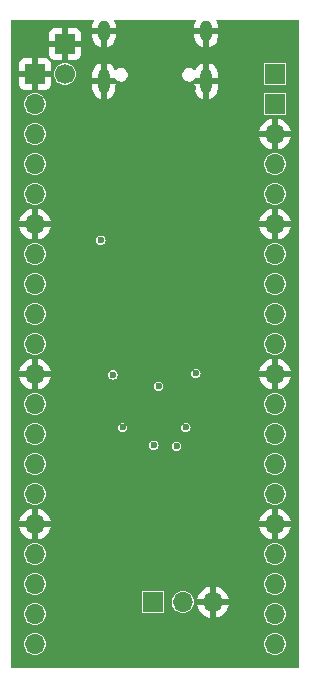
<source format=gbr>
%TF.GenerationSoftware,KiCad,Pcbnew,8.0.3*%
%TF.CreationDate,2024-07-23T22:42:35-04:00*%
%TF.ProjectId,RP2040 Custom,52503230-3430-4204-9375-73746f6d2e6b,rev?*%
%TF.SameCoordinates,Original*%
%TF.FileFunction,Copper,L3,Inr*%
%TF.FilePolarity,Positive*%
%FSLAX46Y46*%
G04 Gerber Fmt 4.6, Leading zero omitted, Abs format (unit mm)*
G04 Created by KiCad (PCBNEW 8.0.3) date 2024-07-23 22:42:35*
%MOMM*%
%LPD*%
G01*
G04 APERTURE LIST*
%TA.AperFunction,ComponentPad*%
%ADD10R,1.700000X1.700000*%
%TD*%
%TA.AperFunction,ComponentPad*%
%ADD11C,1.700000*%
%TD*%
%TA.AperFunction,ComponentPad*%
%ADD12O,1.700000X1.700000*%
%TD*%
%TA.AperFunction,ComponentPad*%
%ADD13O,1.000000X2.100000*%
%TD*%
%TA.AperFunction,ComponentPad*%
%ADD14O,1.000000X1.800000*%
%TD*%
%TA.AperFunction,ViaPad*%
%ADD15C,0.600000*%
%TD*%
G04 APERTURE END LIST*
D10*
%TO.N,GND*%
%TO.C,J4*%
X132080000Y-45720000D03*
D11*
%TO.N,Net-(J4-Pin_2)*%
X132080000Y-48260000D03*
%TD*%
D10*
%TO.N,GND*%
%TO.C,J2*%
X129540000Y-48260000D03*
D12*
%TO.N,GPIO0*%
X129540000Y-50800000D03*
%TO.N,GPIO1*%
X129540000Y-53340000D03*
%TO.N,GPIO2*%
X129540000Y-55880000D03*
%TO.N,GPIO3*%
X129540000Y-58420000D03*
%TO.N,GND*%
X129540000Y-60960000D03*
%TO.N,GPIO4*%
X129540000Y-63500000D03*
%TO.N,GPIO5*%
X129540000Y-66040000D03*
%TO.N,GPIO6*%
X129540000Y-68580000D03*
%TO.N,GPIO7*%
X129540000Y-71120000D03*
%TO.N,GND*%
X129540000Y-73660000D03*
%TO.N,GPIO8*%
X129540000Y-76200000D03*
%TO.N,GPIO9*%
X129540000Y-78740000D03*
%TO.N,GPIO10*%
X129540000Y-81280000D03*
%TO.N,GPIO11*%
X129540000Y-83820000D03*
%TO.N,GND*%
X129540000Y-86360000D03*
%TO.N,GPIO12*%
X129540000Y-88900000D03*
%TO.N,GPIO13*%
X129540000Y-91440000D03*
%TO.N,GPIO14*%
X129540000Y-93980000D03*
%TO.N,GPIO15*%
X129540000Y-96520000D03*
%TD*%
D10*
%TO.N,5v*%
%TO.C,J1*%
X149860000Y-48260000D03*
X149860000Y-50800000D03*
D12*
%TO.N,GND*%
X149860000Y-53340000D03*
%TO.N,GPIO29*%
X149860000Y-55880000D03*
%TO.N,GPIO28*%
X149860000Y-58420000D03*
%TO.N,GND*%
X149860000Y-60960000D03*
%TO.N,GPIO27*%
X149860000Y-63500000D03*
%TO.N,GPIO26*%
X149860000Y-66040000D03*
%TO.N,GPIO25*%
X149860000Y-68580000D03*
%TO.N,GPIO24*%
X149860000Y-71120000D03*
%TO.N,GND*%
X149860000Y-73660000D03*
%TO.N,GPIO23*%
X149860000Y-76200000D03*
%TO.N,GPIO22*%
X149860000Y-78740000D03*
%TO.N,GPIO21*%
X149860000Y-81280000D03*
%TO.N,GPIO20*%
X149860000Y-83820000D03*
%TO.N,GND*%
X149860000Y-86360000D03*
%TO.N,GPIO19*%
X149860000Y-88900000D03*
%TO.N,GPIO18*%
X149860000Y-91440000D03*
%TO.N,GPIO17*%
X149860000Y-93980000D03*
%TO.N,GPIO16*%
X149860000Y-96520000D03*
%TD*%
D10*
%TO.N,Net-(J5-Pin_1)*%
%TO.C,J5*%
X139522200Y-92964000D03*
D12*
%TO.N,Net-(J5-Pin_2)*%
X142062200Y-92964000D03*
%TO.N,GND*%
X144602200Y-92964000D03*
%TD*%
D13*
%TO.N,GND*%
%TO.C,USB1*%
X144020000Y-48845000D03*
D14*
X144020000Y-44645000D03*
D13*
X135380000Y-48845000D03*
D14*
X135380000Y-44645000D03*
%TD*%
D15*
%TO.N,GND*%
X132562600Y-97612200D03*
X131597400Y-87807800D03*
X131521200Y-50927000D03*
X147167600Y-98018600D03*
X131292600Y-53924200D03*
X142062200Y-55397400D03*
X137744200Y-64592200D03*
X146558000Y-60096400D03*
X136525000Y-49453800D03*
X147548600Y-93116400D03*
X147828000Y-71882000D03*
X131902200Y-92735400D03*
X142113000Y-61645800D03*
X131572000Y-80467200D03*
X144348200Y-82067400D03*
X147396200Y-87884000D03*
X147497800Y-90170000D03*
X147250321Y-74878575D03*
X137744200Y-56819800D03*
X133553200Y-71170800D03*
X144957800Y-57378600D03*
X133756400Y-64643000D03*
X131978400Y-76073000D03*
X131699000Y-83997800D03*
X147447000Y-67233800D03*
X130962400Y-58699400D03*
X147040600Y-53467000D03*
X147193000Y-63957200D03*
X131089400Y-56261000D03*
X147853400Y-82067400D03*
X147421600Y-76962000D03*
X131648200Y-90246200D03*
X142925800Y-49453800D03*
X147320000Y-69367400D03*
X147828000Y-79451200D03*
X130810000Y-62865000D03*
X147548600Y-84175600D03*
%TO.N,3.3V*%
X141528800Y-79781400D03*
X139598400Y-79679800D03*
X136956800Y-78181200D03*
X135102600Y-62331600D03*
X140004800Y-74701400D03*
X136118600Y-73736200D03*
X142316200Y-78181200D03*
X143154400Y-73609200D03*
%TD*%
%TA.AperFunction,Conductor*%
%TO.N,GND*%
G36*
X134497472Y-43694852D02*
G01*
X134511824Y-43729500D01*
X134503566Y-43756723D01*
X134493810Y-43771323D01*
X134418429Y-43953309D01*
X134418429Y-43953310D01*
X134380000Y-44146512D01*
X134380000Y-44395000D01*
X135080000Y-44395000D01*
X135080000Y-44895000D01*
X134380000Y-44895000D01*
X134380000Y-45143487D01*
X134418429Y-45336689D01*
X134418429Y-45336690D01*
X134493809Y-45518674D01*
X134603246Y-45682460D01*
X134742539Y-45821753D01*
X134906325Y-45931190D01*
X135088310Y-46006570D01*
X135130000Y-46014862D01*
X135130000Y-45211988D01*
X135139940Y-45229205D01*
X135195795Y-45285060D01*
X135264204Y-45324556D01*
X135340504Y-45345000D01*
X135419496Y-45345000D01*
X135495796Y-45324556D01*
X135564205Y-45285060D01*
X135620060Y-45229205D01*
X135630000Y-45211988D01*
X135630000Y-46014862D01*
X135671689Y-46006570D01*
X135671690Y-46006570D01*
X135853674Y-45931190D01*
X136017460Y-45821753D01*
X136156753Y-45682460D01*
X136266190Y-45518674D01*
X136341570Y-45336690D01*
X136341570Y-45336689D01*
X136380000Y-45143487D01*
X136380000Y-44895000D01*
X135680000Y-44895000D01*
X135680000Y-44395000D01*
X136380000Y-44395000D01*
X136380000Y-44146512D01*
X136341570Y-43953310D01*
X136341570Y-43953309D01*
X136266189Y-43771323D01*
X136256434Y-43756723D01*
X136249117Y-43719941D01*
X136269953Y-43688758D01*
X136297176Y-43680500D01*
X143102824Y-43680500D01*
X143137472Y-43694852D01*
X143151824Y-43729500D01*
X143143566Y-43756723D01*
X143133810Y-43771323D01*
X143058429Y-43953309D01*
X143058429Y-43953310D01*
X143020000Y-44146512D01*
X143020000Y-44395000D01*
X143720000Y-44395000D01*
X143720000Y-44895000D01*
X143020000Y-44895000D01*
X143020000Y-45143487D01*
X143058429Y-45336689D01*
X143058429Y-45336690D01*
X143133809Y-45518674D01*
X143243246Y-45682460D01*
X143382539Y-45821753D01*
X143546325Y-45931190D01*
X143728310Y-46006570D01*
X143770000Y-46014862D01*
X143770000Y-45211988D01*
X143779940Y-45229205D01*
X143835795Y-45285060D01*
X143904204Y-45324556D01*
X143980504Y-45345000D01*
X144059496Y-45345000D01*
X144135796Y-45324556D01*
X144204205Y-45285060D01*
X144260060Y-45229205D01*
X144270000Y-45211988D01*
X144270000Y-46014862D01*
X144311689Y-46006570D01*
X144311690Y-46006570D01*
X144493674Y-45931190D01*
X144657460Y-45821753D01*
X144796753Y-45682460D01*
X144906190Y-45518674D01*
X144981570Y-45336690D01*
X144981570Y-45336689D01*
X145020000Y-45143487D01*
X145020000Y-44895000D01*
X144320000Y-44895000D01*
X144320000Y-44395000D01*
X145020000Y-44395000D01*
X145020000Y-44146512D01*
X144981570Y-43953310D01*
X144981570Y-43953309D01*
X144906189Y-43771323D01*
X144896434Y-43756723D01*
X144889117Y-43719941D01*
X144909953Y-43688758D01*
X144937176Y-43680500D01*
X151850500Y-43680500D01*
X151885148Y-43694852D01*
X151899500Y-43729500D01*
X151899500Y-98510500D01*
X151885148Y-98545148D01*
X151850500Y-98559500D01*
X127549500Y-98559500D01*
X127514852Y-98545148D01*
X127500500Y-98510500D01*
X127500500Y-96519999D01*
X128584901Y-96519999D01*
X128584901Y-96520000D01*
X128603253Y-96706331D01*
X128603253Y-96706332D01*
X128657604Y-96885502D01*
X128745863Y-97050624D01*
X128745868Y-97050631D01*
X128808775Y-97127282D01*
X128864643Y-97195357D01*
X128947590Y-97263430D01*
X129009368Y-97314131D01*
X129009375Y-97314136D01*
X129174499Y-97402396D01*
X129353669Y-97456747D01*
X129540000Y-97475099D01*
X129726331Y-97456747D01*
X129905501Y-97402396D01*
X130070625Y-97314136D01*
X130215357Y-97195357D01*
X130334136Y-97050625D01*
X130422396Y-96885501D01*
X130476747Y-96706331D01*
X130495099Y-96520000D01*
X130495099Y-96519999D01*
X148904901Y-96519999D01*
X148904901Y-96520000D01*
X148923253Y-96706331D01*
X148923253Y-96706332D01*
X148977604Y-96885502D01*
X149065863Y-97050624D01*
X149065868Y-97050631D01*
X149128775Y-97127282D01*
X149184643Y-97195357D01*
X149267590Y-97263430D01*
X149329368Y-97314131D01*
X149329375Y-97314136D01*
X149494499Y-97402396D01*
X149673669Y-97456747D01*
X149860000Y-97475099D01*
X150046331Y-97456747D01*
X150225501Y-97402396D01*
X150390625Y-97314136D01*
X150535357Y-97195357D01*
X150654136Y-97050625D01*
X150742396Y-96885501D01*
X150796747Y-96706331D01*
X150815099Y-96520000D01*
X150796747Y-96333669D01*
X150742396Y-96154499D01*
X150654136Y-95989375D01*
X150654131Y-95989368D01*
X150603430Y-95927590D01*
X150535357Y-95844643D01*
X150467282Y-95788775D01*
X150390631Y-95725868D01*
X150390624Y-95725863D01*
X150225502Y-95637604D01*
X150046331Y-95583253D01*
X149860000Y-95564901D01*
X149673668Y-95583253D01*
X149673667Y-95583253D01*
X149494497Y-95637604D01*
X149329375Y-95725863D01*
X149329368Y-95725868D01*
X149184643Y-95844643D01*
X149065868Y-95989368D01*
X149065863Y-95989375D01*
X148977604Y-96154497D01*
X148923253Y-96333667D01*
X148923253Y-96333668D01*
X148904901Y-96519999D01*
X130495099Y-96519999D01*
X130476747Y-96333669D01*
X130422396Y-96154499D01*
X130334136Y-95989375D01*
X130334131Y-95989368D01*
X130283430Y-95927590D01*
X130215357Y-95844643D01*
X130147282Y-95788775D01*
X130070631Y-95725868D01*
X130070624Y-95725863D01*
X129905502Y-95637604D01*
X129726331Y-95583253D01*
X129540000Y-95564901D01*
X129353668Y-95583253D01*
X129353667Y-95583253D01*
X129174497Y-95637604D01*
X129009375Y-95725863D01*
X129009368Y-95725868D01*
X128864643Y-95844643D01*
X128745868Y-95989368D01*
X128745863Y-95989375D01*
X128657604Y-96154497D01*
X128603253Y-96333667D01*
X128603253Y-96333668D01*
X128584901Y-96519999D01*
X127500500Y-96519999D01*
X127500500Y-93979999D01*
X128584901Y-93979999D01*
X128584901Y-93980000D01*
X128603253Y-94166331D01*
X128603253Y-94166332D01*
X128657604Y-94345502D01*
X128745863Y-94510624D01*
X128745868Y-94510631D01*
X128808775Y-94587282D01*
X128864643Y-94655357D01*
X128947590Y-94723430D01*
X129009368Y-94774131D01*
X129009375Y-94774136D01*
X129174499Y-94862396D01*
X129353669Y-94916747D01*
X129540000Y-94935099D01*
X129726331Y-94916747D01*
X129905501Y-94862396D01*
X130070625Y-94774136D01*
X130215357Y-94655357D01*
X130334136Y-94510625D01*
X130422396Y-94345501D01*
X130476747Y-94166331D01*
X130495099Y-93980000D01*
X130476747Y-93793669D01*
X130422396Y-93614499D01*
X130334136Y-93449375D01*
X130334131Y-93449368D01*
X130235758Y-93329502D01*
X130215357Y-93304643D01*
X130104909Y-93214000D01*
X130070631Y-93185868D01*
X130070624Y-93185863D01*
X129905502Y-93097604D01*
X129726331Y-93043253D01*
X129540000Y-93024901D01*
X129353668Y-93043253D01*
X129353667Y-93043253D01*
X129174497Y-93097604D01*
X129009375Y-93185863D01*
X129009368Y-93185868D01*
X128864643Y-93304643D01*
X128745868Y-93449368D01*
X128745863Y-93449375D01*
X128657604Y-93614497D01*
X128603253Y-93793667D01*
X128603253Y-93793668D01*
X128584901Y-93979999D01*
X127500500Y-93979999D01*
X127500500Y-91439999D01*
X128584901Y-91439999D01*
X128584901Y-91440000D01*
X128603253Y-91626331D01*
X128603253Y-91626332D01*
X128657604Y-91805502D01*
X128745863Y-91970624D01*
X128745868Y-91970631D01*
X128804064Y-92041542D01*
X128864643Y-92115357D01*
X128931060Y-92169864D01*
X129009368Y-92234131D01*
X129009375Y-92234136D01*
X129174499Y-92322396D01*
X129353669Y-92376747D01*
X129540000Y-92395099D01*
X129726331Y-92376747D01*
X129905501Y-92322396D01*
X130070625Y-92234136D01*
X130215357Y-92115357D01*
X130224600Y-92104095D01*
X138571700Y-92104095D01*
X138571700Y-93823894D01*
X138571701Y-93823898D01*
X138577531Y-93853213D01*
X138577531Y-93853214D01*
X138577532Y-93853215D01*
X138577532Y-93853216D01*
X138599742Y-93886456D01*
X138599743Y-93886457D01*
X138632987Y-93908669D01*
X138662301Y-93914500D01*
X140382098Y-93914499D01*
X140411413Y-93908669D01*
X140444657Y-93886457D01*
X140466869Y-93853213D01*
X140472700Y-93823899D01*
X140472699Y-92963999D01*
X141107101Y-92963999D01*
X141107101Y-92964000D01*
X141125453Y-93150331D01*
X141125453Y-93150332D01*
X141179804Y-93329502D01*
X141268063Y-93494624D01*
X141268068Y-93494631D01*
X141330975Y-93571282D01*
X141386843Y-93639357D01*
X141469790Y-93707430D01*
X141531568Y-93758131D01*
X141531575Y-93758136D01*
X141696699Y-93846396D01*
X141875869Y-93900747D01*
X142062200Y-93919099D01*
X142248531Y-93900747D01*
X142427701Y-93846396D01*
X142592825Y-93758136D01*
X142737557Y-93639357D01*
X142856336Y-93494625D01*
X142944596Y-93329501D01*
X142998947Y-93150331D01*
X143017299Y-92964000D01*
X142998947Y-92777669D01*
X142979633Y-92713999D01*
X143271563Y-92713999D01*
X143271564Y-92714000D01*
X144169188Y-92714000D01*
X144136275Y-92771007D01*
X144102200Y-92898174D01*
X144102200Y-93029826D01*
X144136275Y-93156993D01*
X144169188Y-93214000D01*
X143271563Y-93214000D01*
X143328766Y-93427483D01*
X143328768Y-93427488D01*
X143428598Y-93641577D01*
X143428605Y-93641589D01*
X143564085Y-93835072D01*
X143564091Y-93835079D01*
X143731120Y-94002108D01*
X143731127Y-94002114D01*
X143924610Y-94137594D01*
X143924622Y-94137601D01*
X144138711Y-94237431D01*
X144138716Y-94237433D01*
X144352200Y-94294634D01*
X144352200Y-93397012D01*
X144409207Y-93429925D01*
X144536374Y-93464000D01*
X144668026Y-93464000D01*
X144795193Y-93429925D01*
X144852200Y-93397012D01*
X144852200Y-94294634D01*
X145065683Y-94237433D01*
X145065688Y-94237431D01*
X145279777Y-94137601D01*
X145279789Y-94137594D01*
X145473272Y-94002114D01*
X145473279Y-94002108D01*
X145495388Y-93979999D01*
X148904901Y-93979999D01*
X148904901Y-93980000D01*
X148923253Y-94166331D01*
X148923253Y-94166332D01*
X148977604Y-94345502D01*
X149065863Y-94510624D01*
X149065868Y-94510631D01*
X149128775Y-94587282D01*
X149184643Y-94655357D01*
X149267590Y-94723430D01*
X149329368Y-94774131D01*
X149329375Y-94774136D01*
X149494499Y-94862396D01*
X149673669Y-94916747D01*
X149860000Y-94935099D01*
X150046331Y-94916747D01*
X150225501Y-94862396D01*
X150390625Y-94774136D01*
X150535357Y-94655357D01*
X150654136Y-94510625D01*
X150742396Y-94345501D01*
X150796747Y-94166331D01*
X150815099Y-93980000D01*
X150796747Y-93793669D01*
X150742396Y-93614499D01*
X150654136Y-93449375D01*
X150654131Y-93449368D01*
X150555758Y-93329502D01*
X150535357Y-93304643D01*
X150424909Y-93214000D01*
X150390631Y-93185868D01*
X150390624Y-93185863D01*
X150225502Y-93097604D01*
X150046331Y-93043253D01*
X149860000Y-93024901D01*
X149673668Y-93043253D01*
X149673667Y-93043253D01*
X149494497Y-93097604D01*
X149329375Y-93185863D01*
X149329368Y-93185868D01*
X149184643Y-93304643D01*
X149065868Y-93449368D01*
X149065863Y-93449375D01*
X148977604Y-93614497D01*
X148923253Y-93793667D01*
X148923253Y-93793668D01*
X148904901Y-93979999D01*
X145495388Y-93979999D01*
X145640308Y-93835079D01*
X145640314Y-93835072D01*
X145775794Y-93641589D01*
X145775801Y-93641577D01*
X145875631Y-93427488D01*
X145875633Y-93427483D01*
X145932836Y-93214000D01*
X145035212Y-93214000D01*
X145068125Y-93156993D01*
X145102200Y-93029826D01*
X145102200Y-92898174D01*
X145068125Y-92771007D01*
X145035212Y-92714000D01*
X145932836Y-92714000D01*
X145932836Y-92713999D01*
X145875633Y-92500516D01*
X145875632Y-92500511D01*
X145775801Y-92286423D01*
X145775794Y-92286411D01*
X145640314Y-92092927D01*
X145640308Y-92092920D01*
X145473279Y-91925891D01*
X145473272Y-91925885D01*
X145279789Y-91790405D01*
X145279777Y-91790398D01*
X145065688Y-91690568D01*
X145065683Y-91690566D01*
X144852200Y-91633363D01*
X144852200Y-92530988D01*
X144795193Y-92498075D01*
X144668026Y-92464000D01*
X144536374Y-92464000D01*
X144409207Y-92498075D01*
X144352200Y-92530988D01*
X144352200Y-91633363D01*
X144352199Y-91633363D01*
X144138716Y-91690566D01*
X144138711Y-91690567D01*
X143924623Y-91790398D01*
X143924611Y-91790405D01*
X143731127Y-91925885D01*
X143731120Y-91925891D01*
X143564091Y-92092920D01*
X143564085Y-92092927D01*
X143428605Y-92286411D01*
X143428598Y-92286423D01*
X143328767Y-92500511D01*
X143328766Y-92500516D01*
X143271563Y-92713999D01*
X142979633Y-92713999D01*
X142944596Y-92598499D01*
X142856336Y-92433375D01*
X142856331Y-92433368D01*
X142765257Y-92322396D01*
X142737557Y-92288643D01*
X142669482Y-92232775D01*
X142592831Y-92169868D01*
X142592824Y-92169863D01*
X142427702Y-92081604D01*
X142248531Y-92027253D01*
X142062200Y-92008901D01*
X141875868Y-92027253D01*
X141875867Y-92027253D01*
X141696697Y-92081604D01*
X141531575Y-92169863D01*
X141531568Y-92169868D01*
X141386843Y-92288643D01*
X141268068Y-92433368D01*
X141268063Y-92433375D01*
X141179804Y-92598497D01*
X141125453Y-92777667D01*
X141125453Y-92777668D01*
X141107101Y-92963999D01*
X140472699Y-92963999D01*
X140472699Y-92104102D01*
X140466869Y-92074787D01*
X140466867Y-92074784D01*
X140466867Y-92074783D01*
X140444657Y-92041543D01*
X140411412Y-92019330D01*
X140382101Y-92013500D01*
X138662305Y-92013500D01*
X138662304Y-92013500D01*
X138662302Y-92013501D01*
X138632987Y-92019331D01*
X138632986Y-92019331D01*
X138632984Y-92019332D01*
X138632983Y-92019332D01*
X138599743Y-92041542D01*
X138577530Y-92074786D01*
X138577530Y-92074787D01*
X138571700Y-92104095D01*
X130224600Y-92104095D01*
X130334136Y-91970625D01*
X130422396Y-91805501D01*
X130476747Y-91626331D01*
X130495099Y-91440000D01*
X130495099Y-91439999D01*
X148904901Y-91439999D01*
X148904901Y-91440000D01*
X148923253Y-91626331D01*
X148923253Y-91626332D01*
X148977604Y-91805502D01*
X149065863Y-91970624D01*
X149065868Y-91970631D01*
X149124064Y-92041542D01*
X149184643Y-92115357D01*
X149251060Y-92169864D01*
X149329368Y-92234131D01*
X149329375Y-92234136D01*
X149494499Y-92322396D01*
X149673669Y-92376747D01*
X149860000Y-92395099D01*
X150046331Y-92376747D01*
X150225501Y-92322396D01*
X150390625Y-92234136D01*
X150535357Y-92115357D01*
X150654136Y-91970625D01*
X150742396Y-91805501D01*
X150796747Y-91626331D01*
X150815099Y-91440000D01*
X150796747Y-91253669D01*
X150742396Y-91074499D01*
X150654136Y-90909375D01*
X150654131Y-90909368D01*
X150603430Y-90847590D01*
X150535357Y-90764643D01*
X150467282Y-90708775D01*
X150390631Y-90645868D01*
X150390624Y-90645863D01*
X150225502Y-90557604D01*
X150046331Y-90503253D01*
X149860000Y-90484901D01*
X149673668Y-90503253D01*
X149673667Y-90503253D01*
X149494497Y-90557604D01*
X149329375Y-90645863D01*
X149329368Y-90645868D01*
X149184643Y-90764643D01*
X149065868Y-90909368D01*
X149065863Y-90909375D01*
X148977604Y-91074497D01*
X148923253Y-91253667D01*
X148923253Y-91253668D01*
X148904901Y-91439999D01*
X130495099Y-91439999D01*
X130476747Y-91253669D01*
X130422396Y-91074499D01*
X130334136Y-90909375D01*
X130334131Y-90909368D01*
X130283430Y-90847590D01*
X130215357Y-90764643D01*
X130147282Y-90708775D01*
X130070631Y-90645868D01*
X130070624Y-90645863D01*
X129905502Y-90557604D01*
X129726331Y-90503253D01*
X129540000Y-90484901D01*
X129353668Y-90503253D01*
X129353667Y-90503253D01*
X129174497Y-90557604D01*
X129009375Y-90645863D01*
X129009368Y-90645868D01*
X128864643Y-90764643D01*
X128745868Y-90909368D01*
X128745863Y-90909375D01*
X128657604Y-91074497D01*
X128603253Y-91253667D01*
X128603253Y-91253668D01*
X128584901Y-91439999D01*
X127500500Y-91439999D01*
X127500500Y-88899999D01*
X128584901Y-88899999D01*
X128584901Y-88900000D01*
X128603253Y-89086331D01*
X128603253Y-89086332D01*
X128657604Y-89265502D01*
X128745863Y-89430624D01*
X128745868Y-89430631D01*
X128808775Y-89507282D01*
X128864643Y-89575357D01*
X128947590Y-89643430D01*
X129009368Y-89694131D01*
X129009375Y-89694136D01*
X129174499Y-89782396D01*
X129353669Y-89836747D01*
X129540000Y-89855099D01*
X129726331Y-89836747D01*
X129905501Y-89782396D01*
X130070625Y-89694136D01*
X130215357Y-89575357D01*
X130334136Y-89430625D01*
X130422396Y-89265501D01*
X130476747Y-89086331D01*
X130495099Y-88900000D01*
X130495099Y-88899999D01*
X148904901Y-88899999D01*
X148904901Y-88900000D01*
X148923253Y-89086331D01*
X148923253Y-89086332D01*
X148977604Y-89265502D01*
X149065863Y-89430624D01*
X149065868Y-89430631D01*
X149128775Y-89507282D01*
X149184643Y-89575357D01*
X149267590Y-89643430D01*
X149329368Y-89694131D01*
X149329375Y-89694136D01*
X149494499Y-89782396D01*
X149673669Y-89836747D01*
X149860000Y-89855099D01*
X150046331Y-89836747D01*
X150225501Y-89782396D01*
X150390625Y-89694136D01*
X150535357Y-89575357D01*
X150654136Y-89430625D01*
X150742396Y-89265501D01*
X150796747Y-89086331D01*
X150815099Y-88900000D01*
X150796747Y-88713669D01*
X150742396Y-88534499D01*
X150654136Y-88369375D01*
X150654131Y-88369368D01*
X150603430Y-88307590D01*
X150535357Y-88224643D01*
X150467282Y-88168775D01*
X150390631Y-88105868D01*
X150390624Y-88105863D01*
X150225502Y-88017604D01*
X150046331Y-87963253D01*
X149860000Y-87944901D01*
X149673668Y-87963253D01*
X149673667Y-87963253D01*
X149494497Y-88017604D01*
X149329375Y-88105863D01*
X149329368Y-88105868D01*
X149184643Y-88224643D01*
X149065868Y-88369368D01*
X149065863Y-88369375D01*
X148977604Y-88534497D01*
X148923253Y-88713667D01*
X148923253Y-88713668D01*
X148904901Y-88899999D01*
X130495099Y-88899999D01*
X130476747Y-88713669D01*
X130422396Y-88534499D01*
X130334136Y-88369375D01*
X130334131Y-88369368D01*
X130283430Y-88307590D01*
X130215357Y-88224643D01*
X130147282Y-88168775D01*
X130070631Y-88105868D01*
X130070624Y-88105863D01*
X129905502Y-88017604D01*
X129726331Y-87963253D01*
X129540000Y-87944901D01*
X129353668Y-87963253D01*
X129353667Y-87963253D01*
X129174497Y-88017604D01*
X129009375Y-88105863D01*
X129009368Y-88105868D01*
X128864643Y-88224643D01*
X128745868Y-88369368D01*
X128745863Y-88369375D01*
X128657604Y-88534497D01*
X128603253Y-88713667D01*
X128603253Y-88713668D01*
X128584901Y-88899999D01*
X127500500Y-88899999D01*
X127500500Y-86109999D01*
X128209363Y-86109999D01*
X128209364Y-86110000D01*
X129106988Y-86110000D01*
X129074075Y-86167007D01*
X129040000Y-86294174D01*
X129040000Y-86425826D01*
X129074075Y-86552993D01*
X129106988Y-86610000D01*
X128209363Y-86610000D01*
X128266566Y-86823483D01*
X128266568Y-86823488D01*
X128366398Y-87037577D01*
X128366405Y-87037589D01*
X128501885Y-87231072D01*
X128501891Y-87231079D01*
X128668920Y-87398108D01*
X128668927Y-87398114D01*
X128862410Y-87533594D01*
X128862422Y-87533601D01*
X129076511Y-87633431D01*
X129076516Y-87633433D01*
X129290000Y-87690634D01*
X129290000Y-86793012D01*
X129347007Y-86825925D01*
X129474174Y-86860000D01*
X129605826Y-86860000D01*
X129732993Y-86825925D01*
X129790000Y-86793012D01*
X129790000Y-87690634D01*
X130003483Y-87633433D01*
X130003488Y-87633431D01*
X130217577Y-87533601D01*
X130217589Y-87533594D01*
X130411072Y-87398114D01*
X130411079Y-87398108D01*
X130578108Y-87231079D01*
X130578114Y-87231072D01*
X130713594Y-87037589D01*
X130713601Y-87037577D01*
X130813431Y-86823488D01*
X130813433Y-86823483D01*
X130870636Y-86610000D01*
X129973012Y-86610000D01*
X130005925Y-86552993D01*
X130040000Y-86425826D01*
X130040000Y-86294174D01*
X130005925Y-86167007D01*
X129973012Y-86110000D01*
X130870636Y-86110000D01*
X130870636Y-86109999D01*
X148529363Y-86109999D01*
X148529364Y-86110000D01*
X149426988Y-86110000D01*
X149394075Y-86167007D01*
X149360000Y-86294174D01*
X149360000Y-86425826D01*
X149394075Y-86552993D01*
X149426988Y-86610000D01*
X148529363Y-86610000D01*
X148586566Y-86823483D01*
X148586568Y-86823488D01*
X148686398Y-87037577D01*
X148686405Y-87037589D01*
X148821885Y-87231072D01*
X148821891Y-87231079D01*
X148988920Y-87398108D01*
X148988927Y-87398114D01*
X149182410Y-87533594D01*
X149182422Y-87533601D01*
X149396511Y-87633431D01*
X149396516Y-87633433D01*
X149610000Y-87690634D01*
X149610000Y-86793012D01*
X149667007Y-86825925D01*
X149794174Y-86860000D01*
X149925826Y-86860000D01*
X150052993Y-86825925D01*
X150110000Y-86793012D01*
X150110000Y-87690634D01*
X150323483Y-87633433D01*
X150323488Y-87633431D01*
X150537577Y-87533601D01*
X150537589Y-87533594D01*
X150731072Y-87398114D01*
X150731079Y-87398108D01*
X150898108Y-87231079D01*
X150898114Y-87231072D01*
X151033594Y-87037589D01*
X151033601Y-87037577D01*
X151133431Y-86823488D01*
X151133433Y-86823483D01*
X151190636Y-86610000D01*
X150293012Y-86610000D01*
X150325925Y-86552993D01*
X150360000Y-86425826D01*
X150360000Y-86294174D01*
X150325925Y-86167007D01*
X150293012Y-86110000D01*
X151190636Y-86110000D01*
X151190636Y-86109999D01*
X151133433Y-85896516D01*
X151133432Y-85896511D01*
X151033601Y-85682423D01*
X151033594Y-85682411D01*
X150898114Y-85488927D01*
X150898108Y-85488920D01*
X150731079Y-85321891D01*
X150731072Y-85321885D01*
X150537589Y-85186405D01*
X150537577Y-85186398D01*
X150323488Y-85086568D01*
X150323483Y-85086566D01*
X150110000Y-85029363D01*
X150110000Y-85926988D01*
X150052993Y-85894075D01*
X149925826Y-85860000D01*
X149794174Y-85860000D01*
X149667007Y-85894075D01*
X149610000Y-85926988D01*
X149610000Y-85029363D01*
X149609999Y-85029363D01*
X149396516Y-85086566D01*
X149396511Y-85086567D01*
X149182423Y-85186398D01*
X149182411Y-85186405D01*
X148988927Y-85321885D01*
X148988920Y-85321891D01*
X148821891Y-85488920D01*
X148821885Y-85488927D01*
X148686405Y-85682411D01*
X148686398Y-85682423D01*
X148586567Y-85896511D01*
X148586566Y-85896516D01*
X148529363Y-86109999D01*
X130870636Y-86109999D01*
X130813433Y-85896516D01*
X130813432Y-85896511D01*
X130713601Y-85682423D01*
X130713594Y-85682411D01*
X130578114Y-85488927D01*
X130578108Y-85488920D01*
X130411079Y-85321891D01*
X130411072Y-85321885D01*
X130217589Y-85186405D01*
X130217577Y-85186398D01*
X130003488Y-85086568D01*
X130003483Y-85086566D01*
X129790000Y-85029363D01*
X129790000Y-85926988D01*
X129732993Y-85894075D01*
X129605826Y-85860000D01*
X129474174Y-85860000D01*
X129347007Y-85894075D01*
X129290000Y-85926988D01*
X129290000Y-85029363D01*
X129289999Y-85029363D01*
X129076516Y-85086566D01*
X129076511Y-85086567D01*
X128862423Y-85186398D01*
X128862411Y-85186405D01*
X128668927Y-85321885D01*
X128668920Y-85321891D01*
X128501891Y-85488920D01*
X128501885Y-85488927D01*
X128366405Y-85682411D01*
X128366398Y-85682423D01*
X128266567Y-85896511D01*
X128266566Y-85896516D01*
X128209363Y-86109999D01*
X127500500Y-86109999D01*
X127500500Y-83819999D01*
X128584901Y-83819999D01*
X128584901Y-83820000D01*
X128603253Y-84006331D01*
X128603253Y-84006332D01*
X128657604Y-84185502D01*
X128745863Y-84350624D01*
X128745868Y-84350631D01*
X128808775Y-84427282D01*
X128864643Y-84495357D01*
X128947590Y-84563430D01*
X129009368Y-84614131D01*
X129009375Y-84614136D01*
X129174499Y-84702396D01*
X129353669Y-84756747D01*
X129540000Y-84775099D01*
X129726331Y-84756747D01*
X129905501Y-84702396D01*
X130070625Y-84614136D01*
X130215357Y-84495357D01*
X130334136Y-84350625D01*
X130422396Y-84185501D01*
X130476747Y-84006331D01*
X130495099Y-83820000D01*
X130495099Y-83819999D01*
X148904901Y-83819999D01*
X148904901Y-83820000D01*
X148923253Y-84006331D01*
X148923253Y-84006332D01*
X148977604Y-84185502D01*
X149065863Y-84350624D01*
X149065868Y-84350631D01*
X149128775Y-84427282D01*
X149184643Y-84495357D01*
X149267590Y-84563430D01*
X149329368Y-84614131D01*
X149329375Y-84614136D01*
X149494499Y-84702396D01*
X149673669Y-84756747D01*
X149860000Y-84775099D01*
X150046331Y-84756747D01*
X150225501Y-84702396D01*
X150390625Y-84614136D01*
X150535357Y-84495357D01*
X150654136Y-84350625D01*
X150742396Y-84185501D01*
X150796747Y-84006331D01*
X150815099Y-83820000D01*
X150796747Y-83633669D01*
X150742396Y-83454499D01*
X150654136Y-83289375D01*
X150654131Y-83289368D01*
X150603430Y-83227590D01*
X150535357Y-83144643D01*
X150467282Y-83088775D01*
X150390631Y-83025868D01*
X150390624Y-83025863D01*
X150225502Y-82937604D01*
X150046331Y-82883253D01*
X149860000Y-82864901D01*
X149673668Y-82883253D01*
X149673667Y-82883253D01*
X149494497Y-82937604D01*
X149329375Y-83025863D01*
X149329368Y-83025868D01*
X149184643Y-83144643D01*
X149065868Y-83289368D01*
X149065863Y-83289375D01*
X148977604Y-83454497D01*
X148923253Y-83633667D01*
X148923253Y-83633668D01*
X148904901Y-83819999D01*
X130495099Y-83819999D01*
X130476747Y-83633669D01*
X130422396Y-83454499D01*
X130334136Y-83289375D01*
X130334131Y-83289368D01*
X130283430Y-83227590D01*
X130215357Y-83144643D01*
X130147282Y-83088775D01*
X130070631Y-83025868D01*
X130070624Y-83025863D01*
X129905502Y-82937604D01*
X129726331Y-82883253D01*
X129540000Y-82864901D01*
X129353668Y-82883253D01*
X129353667Y-82883253D01*
X129174497Y-82937604D01*
X129009375Y-83025863D01*
X129009368Y-83025868D01*
X128864643Y-83144643D01*
X128745868Y-83289368D01*
X128745863Y-83289375D01*
X128657604Y-83454497D01*
X128603253Y-83633667D01*
X128603253Y-83633668D01*
X128584901Y-83819999D01*
X127500500Y-83819999D01*
X127500500Y-81279999D01*
X128584901Y-81279999D01*
X128584901Y-81280000D01*
X128603253Y-81466331D01*
X128603253Y-81466332D01*
X128657604Y-81645502D01*
X128745863Y-81810624D01*
X128745868Y-81810631D01*
X128808775Y-81887282D01*
X128864643Y-81955357D01*
X128947590Y-82023430D01*
X129009368Y-82074131D01*
X129009375Y-82074136D01*
X129174499Y-82162396D01*
X129353669Y-82216747D01*
X129540000Y-82235099D01*
X129726331Y-82216747D01*
X129905501Y-82162396D01*
X130070625Y-82074136D01*
X130215357Y-81955357D01*
X130334136Y-81810625D01*
X130422396Y-81645501D01*
X130476747Y-81466331D01*
X130495099Y-81280000D01*
X130495099Y-81279999D01*
X148904901Y-81279999D01*
X148904901Y-81280000D01*
X148923253Y-81466331D01*
X148923253Y-81466332D01*
X148977604Y-81645502D01*
X149065863Y-81810624D01*
X149065868Y-81810631D01*
X149128775Y-81887282D01*
X149184643Y-81955357D01*
X149267590Y-82023430D01*
X149329368Y-82074131D01*
X149329375Y-82074136D01*
X149494499Y-82162396D01*
X149673669Y-82216747D01*
X149860000Y-82235099D01*
X150046331Y-82216747D01*
X150225501Y-82162396D01*
X150390625Y-82074136D01*
X150535357Y-81955357D01*
X150654136Y-81810625D01*
X150742396Y-81645501D01*
X150796747Y-81466331D01*
X150815099Y-81280000D01*
X150796747Y-81093669D01*
X150742396Y-80914499D01*
X150654136Y-80749375D01*
X150654131Y-80749368D01*
X150603430Y-80687590D01*
X150535357Y-80604643D01*
X150467282Y-80548775D01*
X150390631Y-80485868D01*
X150390624Y-80485863D01*
X150225502Y-80397604D01*
X150046331Y-80343253D01*
X149860000Y-80324901D01*
X149673668Y-80343253D01*
X149673667Y-80343253D01*
X149494497Y-80397604D01*
X149329375Y-80485863D01*
X149329368Y-80485868D01*
X149184643Y-80604643D01*
X149065868Y-80749368D01*
X149065863Y-80749375D01*
X148977604Y-80914497D01*
X148923253Y-81093667D01*
X148923253Y-81093668D01*
X148904901Y-81279999D01*
X130495099Y-81279999D01*
X130476747Y-81093669D01*
X130422396Y-80914499D01*
X130334136Y-80749375D01*
X130334131Y-80749368D01*
X130283430Y-80687590D01*
X130215357Y-80604643D01*
X130147282Y-80548775D01*
X130070631Y-80485868D01*
X130070624Y-80485863D01*
X129905502Y-80397604D01*
X129726331Y-80343253D01*
X129540000Y-80324901D01*
X129353668Y-80343253D01*
X129353667Y-80343253D01*
X129174497Y-80397604D01*
X129009375Y-80485863D01*
X129009368Y-80485868D01*
X128864643Y-80604643D01*
X128745868Y-80749368D01*
X128745863Y-80749375D01*
X128657604Y-80914497D01*
X128603253Y-81093667D01*
X128603253Y-81093668D01*
X128584901Y-81279999D01*
X127500500Y-81279999D01*
X127500500Y-78739999D01*
X128584901Y-78739999D01*
X128584901Y-78740000D01*
X128603253Y-78926331D01*
X128603253Y-78926332D01*
X128657604Y-79105502D01*
X128745863Y-79270624D01*
X128745868Y-79270631D01*
X128808775Y-79347282D01*
X128864643Y-79415357D01*
X128947590Y-79483430D01*
X129009368Y-79534131D01*
X129009375Y-79534136D01*
X129174499Y-79622396D01*
X129353669Y-79676747D01*
X129540000Y-79695099D01*
X129695333Y-79679800D01*
X139192908Y-79679800D01*
X139212754Y-79805104D01*
X139212754Y-79805105D01*
X139212755Y-79805107D01*
X139212755Y-79805109D01*
X139270345Y-79918135D01*
X139270350Y-79918142D01*
X139360057Y-80007849D01*
X139360064Y-80007854D01*
X139473091Y-80065444D01*
X139473092Y-80065444D01*
X139473096Y-80065446D01*
X139598400Y-80085292D01*
X139723704Y-80065446D01*
X139723708Y-80065444D01*
X139723709Y-80065444D01*
X139836735Y-80007854D01*
X139836737Y-80007852D01*
X139836742Y-80007850D01*
X139926450Y-79918142D01*
X139926454Y-79918135D01*
X139984044Y-79805109D01*
X139984044Y-79805107D01*
X139984046Y-79805104D01*
X139987800Y-79781400D01*
X141123308Y-79781400D01*
X141143154Y-79906704D01*
X141143154Y-79906705D01*
X141143155Y-79906707D01*
X141143155Y-79906709D01*
X141200745Y-80019735D01*
X141200750Y-80019742D01*
X141290457Y-80109449D01*
X141290464Y-80109454D01*
X141403491Y-80167044D01*
X141403492Y-80167044D01*
X141403496Y-80167046D01*
X141528800Y-80186892D01*
X141654104Y-80167046D01*
X141654108Y-80167044D01*
X141654109Y-80167044D01*
X141767135Y-80109454D01*
X141767137Y-80109452D01*
X141767142Y-80109450D01*
X141856850Y-80019742D01*
X141856854Y-80019735D01*
X141914444Y-79906709D01*
X141914444Y-79906707D01*
X141914446Y-79906704D01*
X141934292Y-79781400D01*
X141914446Y-79656096D01*
X141914444Y-79656092D01*
X141914444Y-79656090D01*
X141856854Y-79543064D01*
X141856849Y-79543057D01*
X141767142Y-79453350D01*
X141767135Y-79453345D01*
X141654108Y-79395755D01*
X141654105Y-79395754D01*
X141654104Y-79395754D01*
X141528800Y-79375908D01*
X141403496Y-79395754D01*
X141403494Y-79395754D01*
X141403492Y-79395755D01*
X141403490Y-79395755D01*
X141290464Y-79453345D01*
X141290457Y-79453350D01*
X141200750Y-79543057D01*
X141200745Y-79543064D01*
X141143155Y-79656090D01*
X141143155Y-79656092D01*
X141143154Y-79656094D01*
X141143154Y-79656096D01*
X141123308Y-79781400D01*
X139987800Y-79781400D01*
X140003892Y-79679800D01*
X139984046Y-79554496D01*
X139984044Y-79554492D01*
X139984044Y-79554490D01*
X139926454Y-79441464D01*
X139926449Y-79441457D01*
X139836742Y-79351750D01*
X139836735Y-79351745D01*
X139723708Y-79294155D01*
X139723705Y-79294154D01*
X139723704Y-79294154D01*
X139598400Y-79274308D01*
X139473096Y-79294154D01*
X139473094Y-79294154D01*
X139473092Y-79294155D01*
X139473090Y-79294155D01*
X139360064Y-79351745D01*
X139360057Y-79351750D01*
X139270350Y-79441457D01*
X139270345Y-79441464D01*
X139212755Y-79554490D01*
X139212755Y-79554492D01*
X139212754Y-79554494D01*
X139212754Y-79554496D01*
X139192908Y-79679800D01*
X129695333Y-79679800D01*
X129726331Y-79676747D01*
X129905501Y-79622396D01*
X130070625Y-79534136D01*
X130215357Y-79415357D01*
X130334136Y-79270625D01*
X130422396Y-79105501D01*
X130476747Y-78926331D01*
X130495099Y-78740000D01*
X130495099Y-78739999D01*
X148904901Y-78739999D01*
X148904901Y-78740000D01*
X148923253Y-78926331D01*
X148923253Y-78926332D01*
X148977604Y-79105502D01*
X149065863Y-79270624D01*
X149065868Y-79270631D01*
X149128775Y-79347282D01*
X149184643Y-79415357D01*
X149267590Y-79483430D01*
X149329368Y-79534131D01*
X149329375Y-79534136D01*
X149494499Y-79622396D01*
X149673669Y-79676747D01*
X149860000Y-79695099D01*
X150046331Y-79676747D01*
X150225501Y-79622396D01*
X150390625Y-79534136D01*
X150535357Y-79415357D01*
X150654136Y-79270625D01*
X150742396Y-79105501D01*
X150796747Y-78926331D01*
X150815099Y-78740000D01*
X150796747Y-78553669D01*
X150742396Y-78374499D01*
X150654136Y-78209375D01*
X150654131Y-78209368D01*
X150603430Y-78147590D01*
X150535357Y-78064643D01*
X150467282Y-78008775D01*
X150390631Y-77945868D01*
X150390624Y-77945863D01*
X150225502Y-77857604D01*
X150046331Y-77803253D01*
X149860000Y-77784901D01*
X149673668Y-77803253D01*
X149673667Y-77803253D01*
X149494497Y-77857604D01*
X149329375Y-77945863D01*
X149329368Y-77945868D01*
X149184643Y-78064643D01*
X149065868Y-78209368D01*
X149065863Y-78209375D01*
X148977604Y-78374497D01*
X148923253Y-78553667D01*
X148923253Y-78553668D01*
X148904901Y-78739999D01*
X130495099Y-78739999D01*
X130476747Y-78553669D01*
X130422396Y-78374499D01*
X130334136Y-78209375D01*
X130334131Y-78209368D01*
X130311014Y-78181200D01*
X136551308Y-78181200D01*
X136571154Y-78306504D01*
X136571154Y-78306505D01*
X136571155Y-78306507D01*
X136571155Y-78306509D01*
X136628745Y-78419535D01*
X136628750Y-78419542D01*
X136718457Y-78509249D01*
X136718464Y-78509254D01*
X136831491Y-78566844D01*
X136831492Y-78566844D01*
X136831496Y-78566846D01*
X136956800Y-78586692D01*
X137082104Y-78566846D01*
X137082108Y-78566844D01*
X137082109Y-78566844D01*
X137195135Y-78509254D01*
X137195137Y-78509252D01*
X137195142Y-78509250D01*
X137284850Y-78419542D01*
X137307802Y-78374497D01*
X137342444Y-78306509D01*
X137342444Y-78306507D01*
X137342446Y-78306504D01*
X137362292Y-78181200D01*
X141910708Y-78181200D01*
X141930554Y-78306504D01*
X141930554Y-78306505D01*
X141930555Y-78306507D01*
X141930555Y-78306509D01*
X141988145Y-78419535D01*
X141988150Y-78419542D01*
X142077857Y-78509249D01*
X142077864Y-78509254D01*
X142190891Y-78566844D01*
X142190892Y-78566844D01*
X142190896Y-78566846D01*
X142316200Y-78586692D01*
X142441504Y-78566846D01*
X142441508Y-78566844D01*
X142441509Y-78566844D01*
X142554535Y-78509254D01*
X142554537Y-78509252D01*
X142554542Y-78509250D01*
X142644250Y-78419542D01*
X142667202Y-78374497D01*
X142701844Y-78306509D01*
X142701844Y-78306507D01*
X142701846Y-78306504D01*
X142721692Y-78181200D01*
X142701846Y-78055896D01*
X142701844Y-78055892D01*
X142701844Y-78055890D01*
X142644254Y-77942864D01*
X142644249Y-77942857D01*
X142554542Y-77853150D01*
X142554535Y-77853145D01*
X142441508Y-77795555D01*
X142441505Y-77795554D01*
X142441504Y-77795554D01*
X142316200Y-77775708D01*
X142190896Y-77795554D01*
X142190894Y-77795554D01*
X142190892Y-77795555D01*
X142190890Y-77795555D01*
X142077864Y-77853145D01*
X142077857Y-77853150D01*
X141988150Y-77942857D01*
X141988145Y-77942864D01*
X141930555Y-78055890D01*
X141930555Y-78055892D01*
X141930554Y-78055894D01*
X141930554Y-78055896D01*
X141910708Y-78181200D01*
X137362292Y-78181200D01*
X137342446Y-78055896D01*
X137342444Y-78055892D01*
X137342444Y-78055890D01*
X137284854Y-77942864D01*
X137284849Y-77942857D01*
X137195142Y-77853150D01*
X137195135Y-77853145D01*
X137082108Y-77795555D01*
X137082105Y-77795554D01*
X137082104Y-77795554D01*
X136956800Y-77775708D01*
X136831496Y-77795554D01*
X136831494Y-77795554D01*
X136831492Y-77795555D01*
X136831490Y-77795555D01*
X136718464Y-77853145D01*
X136718457Y-77853150D01*
X136628750Y-77942857D01*
X136628745Y-77942864D01*
X136571155Y-78055890D01*
X136571155Y-78055892D01*
X136571154Y-78055894D01*
X136571154Y-78055896D01*
X136551308Y-78181200D01*
X130311014Y-78181200D01*
X130283430Y-78147590D01*
X130215357Y-78064643D01*
X130147282Y-78008775D01*
X130070631Y-77945868D01*
X130070624Y-77945863D01*
X129905502Y-77857604D01*
X129726331Y-77803253D01*
X129540000Y-77784901D01*
X129353668Y-77803253D01*
X129353667Y-77803253D01*
X129174497Y-77857604D01*
X129009375Y-77945863D01*
X129009368Y-77945868D01*
X128864643Y-78064643D01*
X128745868Y-78209368D01*
X128745863Y-78209375D01*
X128657604Y-78374497D01*
X128603253Y-78553667D01*
X128603253Y-78553668D01*
X128584901Y-78739999D01*
X127500500Y-78739999D01*
X127500500Y-76199999D01*
X128584901Y-76199999D01*
X128584901Y-76200000D01*
X128603253Y-76386331D01*
X128603253Y-76386332D01*
X128657604Y-76565502D01*
X128745863Y-76730624D01*
X128745868Y-76730631D01*
X128808775Y-76807282D01*
X128864643Y-76875357D01*
X128947590Y-76943430D01*
X129009368Y-76994131D01*
X129009375Y-76994136D01*
X129174499Y-77082396D01*
X129353669Y-77136747D01*
X129540000Y-77155099D01*
X129726331Y-77136747D01*
X129905501Y-77082396D01*
X130070625Y-76994136D01*
X130215357Y-76875357D01*
X130334136Y-76730625D01*
X130422396Y-76565501D01*
X130476747Y-76386331D01*
X130495099Y-76200000D01*
X130495099Y-76199999D01*
X148904901Y-76199999D01*
X148904901Y-76200000D01*
X148923253Y-76386331D01*
X148923253Y-76386332D01*
X148977604Y-76565502D01*
X149065863Y-76730624D01*
X149065868Y-76730631D01*
X149128775Y-76807282D01*
X149184643Y-76875357D01*
X149267590Y-76943430D01*
X149329368Y-76994131D01*
X149329375Y-76994136D01*
X149494499Y-77082396D01*
X149673669Y-77136747D01*
X149860000Y-77155099D01*
X150046331Y-77136747D01*
X150225501Y-77082396D01*
X150390625Y-76994136D01*
X150535357Y-76875357D01*
X150654136Y-76730625D01*
X150742396Y-76565501D01*
X150796747Y-76386331D01*
X150815099Y-76200000D01*
X150796747Y-76013669D01*
X150742396Y-75834499D01*
X150654136Y-75669375D01*
X150654131Y-75669368D01*
X150603430Y-75607590D01*
X150535357Y-75524643D01*
X150467282Y-75468775D01*
X150390631Y-75405868D01*
X150390624Y-75405863D01*
X150225502Y-75317604D01*
X150046331Y-75263253D01*
X149860000Y-75244901D01*
X149673668Y-75263253D01*
X149673667Y-75263253D01*
X149494497Y-75317604D01*
X149329375Y-75405863D01*
X149329368Y-75405868D01*
X149184643Y-75524643D01*
X149065868Y-75669368D01*
X149065863Y-75669375D01*
X148977604Y-75834497D01*
X148923253Y-76013667D01*
X148923253Y-76013668D01*
X148904901Y-76199999D01*
X130495099Y-76199999D01*
X130476747Y-76013669D01*
X130422396Y-75834499D01*
X130334136Y-75669375D01*
X130334131Y-75669368D01*
X130283430Y-75607590D01*
X130215357Y-75524643D01*
X130147282Y-75468775D01*
X130070631Y-75405868D01*
X130070624Y-75405863D01*
X129905502Y-75317604D01*
X129726331Y-75263253D01*
X129540000Y-75244901D01*
X129353668Y-75263253D01*
X129353667Y-75263253D01*
X129174497Y-75317604D01*
X129009375Y-75405863D01*
X129009368Y-75405868D01*
X128864643Y-75524643D01*
X128745868Y-75669368D01*
X128745863Y-75669375D01*
X128657604Y-75834497D01*
X128603253Y-76013667D01*
X128603253Y-76013668D01*
X128584901Y-76199999D01*
X127500500Y-76199999D01*
X127500500Y-73409999D01*
X128209363Y-73409999D01*
X128209364Y-73410000D01*
X129106988Y-73410000D01*
X129074075Y-73467007D01*
X129040000Y-73594174D01*
X129040000Y-73725826D01*
X129074075Y-73852993D01*
X129106988Y-73910000D01*
X128209363Y-73910000D01*
X128266566Y-74123483D01*
X128266568Y-74123488D01*
X128366398Y-74337577D01*
X128366405Y-74337589D01*
X128501885Y-74531072D01*
X128501891Y-74531079D01*
X128668920Y-74698108D01*
X128668927Y-74698114D01*
X128862410Y-74833594D01*
X128862422Y-74833601D01*
X129076511Y-74933431D01*
X129076516Y-74933433D01*
X129290000Y-74990634D01*
X129290000Y-74093012D01*
X129347007Y-74125925D01*
X129474174Y-74160000D01*
X129605826Y-74160000D01*
X129732993Y-74125925D01*
X129790000Y-74093012D01*
X129790000Y-74990634D01*
X130003483Y-74933433D01*
X130003488Y-74933431D01*
X130217577Y-74833601D01*
X130217589Y-74833594D01*
X130406379Y-74701400D01*
X139599308Y-74701400D01*
X139619154Y-74826704D01*
X139619154Y-74826705D01*
X139619155Y-74826707D01*
X139619155Y-74826709D01*
X139676745Y-74939735D01*
X139676750Y-74939742D01*
X139766457Y-75029449D01*
X139766464Y-75029454D01*
X139879491Y-75087044D01*
X139879492Y-75087044D01*
X139879496Y-75087046D01*
X140004800Y-75106892D01*
X140130104Y-75087046D01*
X140130108Y-75087044D01*
X140130109Y-75087044D01*
X140243135Y-75029454D01*
X140243137Y-75029452D01*
X140243142Y-75029450D01*
X140332850Y-74939742D01*
X140386932Y-74833601D01*
X140390444Y-74826709D01*
X140390444Y-74826707D01*
X140390446Y-74826704D01*
X140410292Y-74701400D01*
X140390446Y-74576096D01*
X140390444Y-74576092D01*
X140390444Y-74576090D01*
X140332854Y-74463064D01*
X140332849Y-74463057D01*
X140243142Y-74373350D01*
X140243135Y-74373345D01*
X140130108Y-74315755D01*
X140130105Y-74315754D01*
X140130104Y-74315754D01*
X140004800Y-74295908D01*
X139879496Y-74315754D01*
X139879494Y-74315754D01*
X139879492Y-74315755D01*
X139879490Y-74315755D01*
X139766464Y-74373345D01*
X139766457Y-74373350D01*
X139676750Y-74463057D01*
X139676745Y-74463064D01*
X139619155Y-74576090D01*
X139619155Y-74576092D01*
X139619154Y-74576094D01*
X139619154Y-74576096D01*
X139599308Y-74701400D01*
X130406379Y-74701400D01*
X130411072Y-74698114D01*
X130411079Y-74698108D01*
X130578108Y-74531079D01*
X130578114Y-74531072D01*
X130713594Y-74337589D01*
X130713601Y-74337577D01*
X130813431Y-74123488D01*
X130813433Y-74123483D01*
X130870636Y-73910000D01*
X129973012Y-73910000D01*
X130005925Y-73852993D01*
X130037220Y-73736200D01*
X135713108Y-73736200D01*
X135732954Y-73861504D01*
X135732954Y-73861505D01*
X135732955Y-73861507D01*
X135732955Y-73861509D01*
X135790545Y-73974535D01*
X135790550Y-73974542D01*
X135880257Y-74064249D01*
X135880264Y-74064254D01*
X135993291Y-74121844D01*
X135993292Y-74121844D01*
X135993296Y-74121846D01*
X136118600Y-74141692D01*
X136243904Y-74121846D01*
X136243908Y-74121844D01*
X136243909Y-74121844D01*
X136356935Y-74064254D01*
X136356937Y-74064252D01*
X136356942Y-74064250D01*
X136446650Y-73974542D01*
X136446654Y-73974535D01*
X136504244Y-73861509D01*
X136504244Y-73861507D01*
X136504246Y-73861504D01*
X136524092Y-73736200D01*
X136504246Y-73610896D01*
X136504244Y-73610892D01*
X136504244Y-73610890D01*
X136503383Y-73609200D01*
X142748908Y-73609200D01*
X142768754Y-73734504D01*
X142768754Y-73734505D01*
X142768755Y-73734507D01*
X142768755Y-73734509D01*
X142826345Y-73847535D01*
X142826350Y-73847542D01*
X142916057Y-73937249D01*
X142916064Y-73937254D01*
X143029091Y-73994844D01*
X143029092Y-73994844D01*
X143029096Y-73994846D01*
X143154400Y-74014692D01*
X143279704Y-73994846D01*
X143279708Y-73994844D01*
X143279709Y-73994844D01*
X143392735Y-73937254D01*
X143392737Y-73937252D01*
X143392742Y-73937250D01*
X143482450Y-73847542D01*
X143539182Y-73736200D01*
X143540044Y-73734509D01*
X143540044Y-73734507D01*
X143540046Y-73734504D01*
X143559892Y-73609200D01*
X143540046Y-73483896D01*
X143540044Y-73483892D01*
X143540044Y-73483890D01*
X143502394Y-73409999D01*
X148529363Y-73409999D01*
X148529364Y-73410000D01*
X149426988Y-73410000D01*
X149394075Y-73467007D01*
X149360000Y-73594174D01*
X149360000Y-73725826D01*
X149394075Y-73852993D01*
X149426988Y-73910000D01*
X148529363Y-73910000D01*
X148586566Y-74123483D01*
X148586568Y-74123488D01*
X148686398Y-74337577D01*
X148686405Y-74337589D01*
X148821885Y-74531072D01*
X148821891Y-74531079D01*
X148988920Y-74698108D01*
X148988927Y-74698114D01*
X149182410Y-74833594D01*
X149182422Y-74833601D01*
X149396511Y-74933431D01*
X149396516Y-74933433D01*
X149610000Y-74990634D01*
X149610000Y-74093012D01*
X149667007Y-74125925D01*
X149794174Y-74160000D01*
X149925826Y-74160000D01*
X150052993Y-74125925D01*
X150110000Y-74093012D01*
X150110000Y-74990634D01*
X150323483Y-74933433D01*
X150323488Y-74933431D01*
X150537577Y-74833601D01*
X150537589Y-74833594D01*
X150731072Y-74698114D01*
X150731079Y-74698108D01*
X150898108Y-74531079D01*
X150898114Y-74531072D01*
X151033594Y-74337589D01*
X151033601Y-74337577D01*
X151133431Y-74123488D01*
X151133433Y-74123483D01*
X151190636Y-73910000D01*
X150293012Y-73910000D01*
X150325925Y-73852993D01*
X150360000Y-73725826D01*
X150360000Y-73594174D01*
X150325925Y-73467007D01*
X150293012Y-73410000D01*
X151190636Y-73410000D01*
X151190636Y-73409999D01*
X151133433Y-73196516D01*
X151133432Y-73196511D01*
X151033601Y-72982423D01*
X151033594Y-72982411D01*
X150898114Y-72788927D01*
X150898108Y-72788920D01*
X150731079Y-72621891D01*
X150731072Y-72621885D01*
X150537589Y-72486405D01*
X150537577Y-72486398D01*
X150323488Y-72386568D01*
X150323483Y-72386566D01*
X150110000Y-72329363D01*
X150110000Y-73226988D01*
X150052993Y-73194075D01*
X149925826Y-73160000D01*
X149794174Y-73160000D01*
X149667007Y-73194075D01*
X149610000Y-73226988D01*
X149610000Y-72329363D01*
X149609999Y-72329363D01*
X149396516Y-72386566D01*
X149396511Y-72386567D01*
X149182423Y-72486398D01*
X149182411Y-72486405D01*
X148988927Y-72621885D01*
X148988920Y-72621891D01*
X148821891Y-72788920D01*
X148821885Y-72788927D01*
X148686405Y-72982411D01*
X148686398Y-72982423D01*
X148586567Y-73196511D01*
X148586566Y-73196516D01*
X148529363Y-73409999D01*
X143502394Y-73409999D01*
X143482454Y-73370864D01*
X143482449Y-73370857D01*
X143392742Y-73281150D01*
X143392735Y-73281145D01*
X143279708Y-73223555D01*
X143279705Y-73223554D01*
X143279704Y-73223554D01*
X143154400Y-73203708D01*
X143029096Y-73223554D01*
X143029094Y-73223554D01*
X143029092Y-73223555D01*
X143029090Y-73223555D01*
X142916064Y-73281145D01*
X142916057Y-73281150D01*
X142826350Y-73370857D01*
X142826345Y-73370864D01*
X142768755Y-73483890D01*
X142768755Y-73483892D01*
X142768754Y-73483894D01*
X142768754Y-73483896D01*
X142748908Y-73609200D01*
X136503383Y-73609200D01*
X136446654Y-73497864D01*
X136446649Y-73497857D01*
X136356942Y-73408150D01*
X136356935Y-73408145D01*
X136243908Y-73350555D01*
X136243905Y-73350554D01*
X136243904Y-73350554D01*
X136118600Y-73330708D01*
X135993296Y-73350554D01*
X135993294Y-73350554D01*
X135993292Y-73350555D01*
X135993290Y-73350555D01*
X135880264Y-73408145D01*
X135880257Y-73408150D01*
X135790550Y-73497857D01*
X135790545Y-73497864D01*
X135732955Y-73610890D01*
X135732955Y-73610892D01*
X135732954Y-73610894D01*
X135732954Y-73610896D01*
X135713108Y-73736200D01*
X130037220Y-73736200D01*
X130040000Y-73725826D01*
X130040000Y-73594174D01*
X130005925Y-73467007D01*
X129973012Y-73410000D01*
X130870636Y-73410000D01*
X130870636Y-73409999D01*
X130813433Y-73196516D01*
X130813432Y-73196511D01*
X130713601Y-72982423D01*
X130713594Y-72982411D01*
X130578114Y-72788927D01*
X130578108Y-72788920D01*
X130411079Y-72621891D01*
X130411072Y-72621885D01*
X130217589Y-72486405D01*
X130217577Y-72486398D01*
X130003488Y-72386568D01*
X130003483Y-72386566D01*
X129790000Y-72329363D01*
X129790000Y-73226988D01*
X129732993Y-73194075D01*
X129605826Y-73160000D01*
X129474174Y-73160000D01*
X129347007Y-73194075D01*
X129290000Y-73226988D01*
X129290000Y-72329363D01*
X129289999Y-72329363D01*
X129076516Y-72386566D01*
X129076511Y-72386567D01*
X128862423Y-72486398D01*
X128862411Y-72486405D01*
X128668927Y-72621885D01*
X128668920Y-72621891D01*
X128501891Y-72788920D01*
X128501885Y-72788927D01*
X128366405Y-72982411D01*
X128366398Y-72982423D01*
X128266567Y-73196511D01*
X128266566Y-73196516D01*
X128209363Y-73409999D01*
X127500500Y-73409999D01*
X127500500Y-71119999D01*
X128584901Y-71119999D01*
X128584901Y-71120000D01*
X128603253Y-71306331D01*
X128603253Y-71306332D01*
X128657604Y-71485502D01*
X128745863Y-71650624D01*
X128745868Y-71650631D01*
X128808775Y-71727282D01*
X128864643Y-71795357D01*
X128947590Y-71863430D01*
X129009368Y-71914131D01*
X129009375Y-71914136D01*
X129174499Y-72002396D01*
X129353669Y-72056747D01*
X129540000Y-72075099D01*
X129726331Y-72056747D01*
X129905501Y-72002396D01*
X130070625Y-71914136D01*
X130215357Y-71795357D01*
X130334136Y-71650625D01*
X130422396Y-71485501D01*
X130476747Y-71306331D01*
X130495099Y-71120000D01*
X130495099Y-71119999D01*
X148904901Y-71119999D01*
X148904901Y-71120000D01*
X148923253Y-71306331D01*
X148923253Y-71306332D01*
X148977604Y-71485502D01*
X149065863Y-71650624D01*
X149065868Y-71650631D01*
X149128775Y-71727282D01*
X149184643Y-71795357D01*
X149267590Y-71863430D01*
X149329368Y-71914131D01*
X149329375Y-71914136D01*
X149494499Y-72002396D01*
X149673669Y-72056747D01*
X149860000Y-72075099D01*
X150046331Y-72056747D01*
X150225501Y-72002396D01*
X150390625Y-71914136D01*
X150535357Y-71795357D01*
X150654136Y-71650625D01*
X150742396Y-71485501D01*
X150796747Y-71306331D01*
X150815099Y-71120000D01*
X150796747Y-70933669D01*
X150742396Y-70754499D01*
X150654136Y-70589375D01*
X150654131Y-70589368D01*
X150603430Y-70527590D01*
X150535357Y-70444643D01*
X150467282Y-70388775D01*
X150390631Y-70325868D01*
X150390624Y-70325863D01*
X150225502Y-70237604D01*
X150046331Y-70183253D01*
X149860000Y-70164901D01*
X149673668Y-70183253D01*
X149673667Y-70183253D01*
X149494497Y-70237604D01*
X149329375Y-70325863D01*
X149329368Y-70325868D01*
X149184643Y-70444643D01*
X149065868Y-70589368D01*
X149065863Y-70589375D01*
X148977604Y-70754497D01*
X148923253Y-70933667D01*
X148923253Y-70933668D01*
X148904901Y-71119999D01*
X130495099Y-71119999D01*
X130476747Y-70933669D01*
X130422396Y-70754499D01*
X130334136Y-70589375D01*
X130334131Y-70589368D01*
X130283430Y-70527590D01*
X130215357Y-70444643D01*
X130147282Y-70388775D01*
X130070631Y-70325868D01*
X130070624Y-70325863D01*
X129905502Y-70237604D01*
X129726331Y-70183253D01*
X129540000Y-70164901D01*
X129353668Y-70183253D01*
X129353667Y-70183253D01*
X129174497Y-70237604D01*
X129009375Y-70325863D01*
X129009368Y-70325868D01*
X128864643Y-70444643D01*
X128745868Y-70589368D01*
X128745863Y-70589375D01*
X128657604Y-70754497D01*
X128603253Y-70933667D01*
X128603253Y-70933668D01*
X128584901Y-71119999D01*
X127500500Y-71119999D01*
X127500500Y-68579999D01*
X128584901Y-68579999D01*
X128584901Y-68580000D01*
X128603253Y-68766331D01*
X128603253Y-68766332D01*
X128657604Y-68945502D01*
X128745863Y-69110624D01*
X128745868Y-69110631D01*
X128808775Y-69187282D01*
X128864643Y-69255357D01*
X128947590Y-69323430D01*
X129009368Y-69374131D01*
X129009375Y-69374136D01*
X129174499Y-69462396D01*
X129353669Y-69516747D01*
X129540000Y-69535099D01*
X129726331Y-69516747D01*
X129905501Y-69462396D01*
X130070625Y-69374136D01*
X130215357Y-69255357D01*
X130334136Y-69110625D01*
X130422396Y-68945501D01*
X130476747Y-68766331D01*
X130495099Y-68580000D01*
X130495099Y-68579999D01*
X148904901Y-68579999D01*
X148904901Y-68580000D01*
X148923253Y-68766331D01*
X148923253Y-68766332D01*
X148977604Y-68945502D01*
X149065863Y-69110624D01*
X149065868Y-69110631D01*
X149128775Y-69187282D01*
X149184643Y-69255357D01*
X149267590Y-69323430D01*
X149329368Y-69374131D01*
X149329375Y-69374136D01*
X149494499Y-69462396D01*
X149673669Y-69516747D01*
X149860000Y-69535099D01*
X150046331Y-69516747D01*
X150225501Y-69462396D01*
X150390625Y-69374136D01*
X150535357Y-69255357D01*
X150654136Y-69110625D01*
X150742396Y-68945501D01*
X150796747Y-68766331D01*
X150815099Y-68580000D01*
X150796747Y-68393669D01*
X150742396Y-68214499D01*
X150654136Y-68049375D01*
X150654131Y-68049368D01*
X150603430Y-67987590D01*
X150535357Y-67904643D01*
X150467282Y-67848775D01*
X150390631Y-67785868D01*
X150390624Y-67785863D01*
X150225502Y-67697604D01*
X150046331Y-67643253D01*
X149860000Y-67624901D01*
X149673668Y-67643253D01*
X149673667Y-67643253D01*
X149494497Y-67697604D01*
X149329375Y-67785863D01*
X149329368Y-67785868D01*
X149184643Y-67904643D01*
X149065868Y-68049368D01*
X149065863Y-68049375D01*
X148977604Y-68214497D01*
X148923253Y-68393667D01*
X148923253Y-68393668D01*
X148904901Y-68579999D01*
X130495099Y-68579999D01*
X130476747Y-68393669D01*
X130422396Y-68214499D01*
X130334136Y-68049375D01*
X130334131Y-68049368D01*
X130283430Y-67987590D01*
X130215357Y-67904643D01*
X130147282Y-67848775D01*
X130070631Y-67785868D01*
X130070624Y-67785863D01*
X129905502Y-67697604D01*
X129726331Y-67643253D01*
X129540000Y-67624901D01*
X129353668Y-67643253D01*
X129353667Y-67643253D01*
X129174497Y-67697604D01*
X129009375Y-67785863D01*
X129009368Y-67785868D01*
X128864643Y-67904643D01*
X128745868Y-68049368D01*
X128745863Y-68049375D01*
X128657604Y-68214497D01*
X128603253Y-68393667D01*
X128603253Y-68393668D01*
X128584901Y-68579999D01*
X127500500Y-68579999D01*
X127500500Y-66039999D01*
X128584901Y-66039999D01*
X128584901Y-66040000D01*
X128603253Y-66226331D01*
X128603253Y-66226332D01*
X128657604Y-66405502D01*
X128745863Y-66570624D01*
X128745868Y-66570631D01*
X128808775Y-66647282D01*
X128864643Y-66715357D01*
X128947590Y-66783430D01*
X129009368Y-66834131D01*
X129009375Y-66834136D01*
X129174499Y-66922396D01*
X129353669Y-66976747D01*
X129540000Y-66995099D01*
X129726331Y-66976747D01*
X129905501Y-66922396D01*
X130070625Y-66834136D01*
X130215357Y-66715357D01*
X130334136Y-66570625D01*
X130422396Y-66405501D01*
X130476747Y-66226331D01*
X130495099Y-66040000D01*
X130495099Y-66039999D01*
X148904901Y-66039999D01*
X148904901Y-66040000D01*
X148923253Y-66226331D01*
X148923253Y-66226332D01*
X148977604Y-66405502D01*
X149065863Y-66570624D01*
X149065868Y-66570631D01*
X149128775Y-66647282D01*
X149184643Y-66715357D01*
X149267590Y-66783430D01*
X149329368Y-66834131D01*
X149329375Y-66834136D01*
X149494499Y-66922396D01*
X149673669Y-66976747D01*
X149860000Y-66995099D01*
X150046331Y-66976747D01*
X150225501Y-66922396D01*
X150390625Y-66834136D01*
X150535357Y-66715357D01*
X150654136Y-66570625D01*
X150742396Y-66405501D01*
X150796747Y-66226331D01*
X150815099Y-66040000D01*
X150796747Y-65853669D01*
X150742396Y-65674499D01*
X150654136Y-65509375D01*
X150654131Y-65509368D01*
X150603430Y-65447590D01*
X150535357Y-65364643D01*
X150467282Y-65308775D01*
X150390631Y-65245868D01*
X150390624Y-65245863D01*
X150225502Y-65157604D01*
X150046331Y-65103253D01*
X149860000Y-65084901D01*
X149673668Y-65103253D01*
X149673667Y-65103253D01*
X149494497Y-65157604D01*
X149329375Y-65245863D01*
X149329368Y-65245868D01*
X149184643Y-65364643D01*
X149065868Y-65509368D01*
X149065863Y-65509375D01*
X148977604Y-65674497D01*
X148923253Y-65853667D01*
X148923253Y-65853668D01*
X148904901Y-66039999D01*
X130495099Y-66039999D01*
X130476747Y-65853669D01*
X130422396Y-65674499D01*
X130334136Y-65509375D01*
X130334131Y-65509368D01*
X130283430Y-65447590D01*
X130215357Y-65364643D01*
X130147282Y-65308775D01*
X130070631Y-65245868D01*
X130070624Y-65245863D01*
X129905502Y-65157604D01*
X129726331Y-65103253D01*
X129540000Y-65084901D01*
X129353668Y-65103253D01*
X129353667Y-65103253D01*
X129174497Y-65157604D01*
X129009375Y-65245863D01*
X129009368Y-65245868D01*
X128864643Y-65364643D01*
X128745868Y-65509368D01*
X128745863Y-65509375D01*
X128657604Y-65674497D01*
X128603253Y-65853667D01*
X128603253Y-65853668D01*
X128584901Y-66039999D01*
X127500500Y-66039999D01*
X127500500Y-63499999D01*
X128584901Y-63499999D01*
X128584901Y-63500000D01*
X128603253Y-63686331D01*
X128603253Y-63686332D01*
X128657604Y-63865502D01*
X128745863Y-64030624D01*
X128745868Y-64030631D01*
X128808775Y-64107282D01*
X128864643Y-64175357D01*
X128947590Y-64243430D01*
X129009368Y-64294131D01*
X129009375Y-64294136D01*
X129174499Y-64382396D01*
X129353669Y-64436747D01*
X129540000Y-64455099D01*
X129726331Y-64436747D01*
X129905501Y-64382396D01*
X130070625Y-64294136D01*
X130215357Y-64175357D01*
X130334136Y-64030625D01*
X130422396Y-63865501D01*
X130476747Y-63686331D01*
X130495099Y-63500000D01*
X130495099Y-63499999D01*
X148904901Y-63499999D01*
X148904901Y-63500000D01*
X148923253Y-63686331D01*
X148923253Y-63686332D01*
X148977604Y-63865502D01*
X149065863Y-64030624D01*
X149065868Y-64030631D01*
X149128775Y-64107282D01*
X149184643Y-64175357D01*
X149267590Y-64243430D01*
X149329368Y-64294131D01*
X149329375Y-64294136D01*
X149494499Y-64382396D01*
X149673669Y-64436747D01*
X149860000Y-64455099D01*
X150046331Y-64436747D01*
X150225501Y-64382396D01*
X150390625Y-64294136D01*
X150535357Y-64175357D01*
X150654136Y-64030625D01*
X150742396Y-63865501D01*
X150796747Y-63686331D01*
X150815099Y-63500000D01*
X150796747Y-63313669D01*
X150742396Y-63134499D01*
X150654136Y-62969375D01*
X150654131Y-62969368D01*
X150603430Y-62907590D01*
X150535357Y-62824643D01*
X150467282Y-62768775D01*
X150390631Y-62705868D01*
X150390624Y-62705863D01*
X150225502Y-62617604D01*
X150046331Y-62563253D01*
X149860000Y-62544901D01*
X149673668Y-62563253D01*
X149673667Y-62563253D01*
X149494497Y-62617604D01*
X149329375Y-62705863D01*
X149329368Y-62705868D01*
X149184643Y-62824643D01*
X149065868Y-62969368D01*
X149065863Y-62969375D01*
X148977604Y-63134497D01*
X148923253Y-63313667D01*
X148923253Y-63313668D01*
X148904901Y-63499999D01*
X130495099Y-63499999D01*
X130476747Y-63313669D01*
X130422396Y-63134499D01*
X130334136Y-62969375D01*
X130334131Y-62969368D01*
X130283430Y-62907590D01*
X130215357Y-62824643D01*
X130147282Y-62768775D01*
X130070631Y-62705868D01*
X130070624Y-62705863D01*
X129905502Y-62617604D01*
X129726331Y-62563253D01*
X129540000Y-62544901D01*
X129353668Y-62563253D01*
X129353667Y-62563253D01*
X129174497Y-62617604D01*
X129009375Y-62705863D01*
X129009368Y-62705868D01*
X128864643Y-62824643D01*
X128745868Y-62969368D01*
X128745863Y-62969375D01*
X128657604Y-63134497D01*
X128603253Y-63313667D01*
X128603253Y-63313668D01*
X128584901Y-63499999D01*
X127500500Y-63499999D01*
X127500500Y-62331600D01*
X134697108Y-62331600D01*
X134716954Y-62456904D01*
X134716954Y-62456905D01*
X134716955Y-62456907D01*
X134716955Y-62456909D01*
X134774545Y-62569935D01*
X134774550Y-62569942D01*
X134864257Y-62659649D01*
X134864264Y-62659654D01*
X134977291Y-62717244D01*
X134977292Y-62717244D01*
X134977296Y-62717246D01*
X135102600Y-62737092D01*
X135227904Y-62717246D01*
X135227908Y-62717244D01*
X135227909Y-62717244D01*
X135340935Y-62659654D01*
X135340937Y-62659652D01*
X135340942Y-62659650D01*
X135430650Y-62569942D01*
X135430654Y-62569935D01*
X135488244Y-62456909D01*
X135488244Y-62456907D01*
X135488246Y-62456904D01*
X135508092Y-62331600D01*
X135488246Y-62206296D01*
X135488244Y-62206292D01*
X135488244Y-62206290D01*
X135430654Y-62093264D01*
X135430649Y-62093257D01*
X135340942Y-62003550D01*
X135340935Y-62003545D01*
X135227908Y-61945955D01*
X135227905Y-61945954D01*
X135227904Y-61945954D01*
X135102600Y-61926108D01*
X134977296Y-61945954D01*
X134977294Y-61945954D01*
X134977292Y-61945955D01*
X134977290Y-61945955D01*
X134864264Y-62003545D01*
X134864257Y-62003550D01*
X134774550Y-62093257D01*
X134774545Y-62093264D01*
X134716955Y-62206290D01*
X134716955Y-62206292D01*
X134716954Y-62206294D01*
X134716954Y-62206296D01*
X134697108Y-62331600D01*
X127500500Y-62331600D01*
X127500500Y-60709999D01*
X128209363Y-60709999D01*
X128209364Y-60710000D01*
X129106988Y-60710000D01*
X129074075Y-60767007D01*
X129040000Y-60894174D01*
X129040000Y-61025826D01*
X129074075Y-61152993D01*
X129106988Y-61210000D01*
X128209363Y-61210000D01*
X128266566Y-61423483D01*
X128266568Y-61423488D01*
X128366398Y-61637577D01*
X128366405Y-61637589D01*
X128501885Y-61831072D01*
X128501891Y-61831079D01*
X128668920Y-61998108D01*
X128668927Y-61998114D01*
X128862410Y-62133594D01*
X128862422Y-62133601D01*
X129076511Y-62233431D01*
X129076516Y-62233433D01*
X129290000Y-62290634D01*
X129290000Y-61393012D01*
X129347007Y-61425925D01*
X129474174Y-61460000D01*
X129605826Y-61460000D01*
X129732993Y-61425925D01*
X129790000Y-61393012D01*
X129790000Y-62290634D01*
X130003483Y-62233433D01*
X130003488Y-62233431D01*
X130217577Y-62133601D01*
X130217589Y-62133594D01*
X130411072Y-61998114D01*
X130411079Y-61998108D01*
X130578108Y-61831079D01*
X130578114Y-61831072D01*
X130713594Y-61637589D01*
X130713601Y-61637577D01*
X130813431Y-61423488D01*
X130813433Y-61423483D01*
X130870636Y-61210000D01*
X129973012Y-61210000D01*
X130005925Y-61152993D01*
X130040000Y-61025826D01*
X130040000Y-60894174D01*
X130005925Y-60767007D01*
X129973012Y-60710000D01*
X130870636Y-60710000D01*
X130870636Y-60709999D01*
X148529363Y-60709999D01*
X148529364Y-60710000D01*
X149426988Y-60710000D01*
X149394075Y-60767007D01*
X149360000Y-60894174D01*
X149360000Y-61025826D01*
X149394075Y-61152993D01*
X149426988Y-61210000D01*
X148529363Y-61210000D01*
X148586566Y-61423483D01*
X148586568Y-61423488D01*
X148686398Y-61637577D01*
X148686405Y-61637589D01*
X148821885Y-61831072D01*
X148821891Y-61831079D01*
X148988920Y-61998108D01*
X148988927Y-61998114D01*
X149182410Y-62133594D01*
X149182422Y-62133601D01*
X149396511Y-62233431D01*
X149396516Y-62233433D01*
X149610000Y-62290634D01*
X149610000Y-61393012D01*
X149667007Y-61425925D01*
X149794174Y-61460000D01*
X149925826Y-61460000D01*
X150052993Y-61425925D01*
X150110000Y-61393012D01*
X150110000Y-62290634D01*
X150323483Y-62233433D01*
X150323488Y-62233431D01*
X150537577Y-62133601D01*
X150537589Y-62133594D01*
X150731072Y-61998114D01*
X150731079Y-61998108D01*
X150898108Y-61831079D01*
X150898114Y-61831072D01*
X151033594Y-61637589D01*
X151033601Y-61637577D01*
X151133431Y-61423488D01*
X151133433Y-61423483D01*
X151190636Y-61210000D01*
X150293012Y-61210000D01*
X150325925Y-61152993D01*
X150360000Y-61025826D01*
X150360000Y-60894174D01*
X150325925Y-60767007D01*
X150293012Y-60710000D01*
X151190636Y-60710000D01*
X151190636Y-60709999D01*
X151133433Y-60496516D01*
X151133432Y-60496511D01*
X151033601Y-60282423D01*
X151033594Y-60282411D01*
X150898114Y-60088927D01*
X150898108Y-60088920D01*
X150731079Y-59921891D01*
X150731072Y-59921885D01*
X150537589Y-59786405D01*
X150537577Y-59786398D01*
X150323488Y-59686568D01*
X150323483Y-59686566D01*
X150110000Y-59629363D01*
X150110000Y-60526988D01*
X150052993Y-60494075D01*
X149925826Y-60460000D01*
X149794174Y-60460000D01*
X149667007Y-60494075D01*
X149610000Y-60526988D01*
X149610000Y-59629363D01*
X149609999Y-59629363D01*
X149396516Y-59686566D01*
X149396511Y-59686567D01*
X149182423Y-59786398D01*
X149182411Y-59786405D01*
X148988927Y-59921885D01*
X148988920Y-59921891D01*
X148821891Y-60088920D01*
X148821885Y-60088927D01*
X148686405Y-60282411D01*
X148686398Y-60282423D01*
X148586567Y-60496511D01*
X148586566Y-60496516D01*
X148529363Y-60709999D01*
X130870636Y-60709999D01*
X130813433Y-60496516D01*
X130813432Y-60496511D01*
X130713601Y-60282423D01*
X130713594Y-60282411D01*
X130578114Y-60088927D01*
X130578108Y-60088920D01*
X130411079Y-59921891D01*
X130411072Y-59921885D01*
X130217589Y-59786405D01*
X130217577Y-59786398D01*
X130003488Y-59686568D01*
X130003483Y-59686566D01*
X129790000Y-59629363D01*
X129790000Y-60526988D01*
X129732993Y-60494075D01*
X129605826Y-60460000D01*
X129474174Y-60460000D01*
X129347007Y-60494075D01*
X129290000Y-60526988D01*
X129290000Y-59629363D01*
X129289999Y-59629363D01*
X129076516Y-59686566D01*
X129076511Y-59686567D01*
X128862423Y-59786398D01*
X128862411Y-59786405D01*
X128668927Y-59921885D01*
X128668920Y-59921891D01*
X128501891Y-60088920D01*
X128501885Y-60088927D01*
X128366405Y-60282411D01*
X128366398Y-60282423D01*
X128266567Y-60496511D01*
X128266566Y-60496516D01*
X128209363Y-60709999D01*
X127500500Y-60709999D01*
X127500500Y-58419999D01*
X128584901Y-58419999D01*
X128584901Y-58420000D01*
X128603253Y-58606331D01*
X128603253Y-58606332D01*
X128657604Y-58785502D01*
X128745863Y-58950624D01*
X128745868Y-58950631D01*
X128808775Y-59027282D01*
X128864643Y-59095357D01*
X128947590Y-59163430D01*
X129009368Y-59214131D01*
X129009375Y-59214136D01*
X129174499Y-59302396D01*
X129353669Y-59356747D01*
X129540000Y-59375099D01*
X129726331Y-59356747D01*
X129905501Y-59302396D01*
X130070625Y-59214136D01*
X130215357Y-59095357D01*
X130334136Y-58950625D01*
X130422396Y-58785501D01*
X130476747Y-58606331D01*
X130495099Y-58420000D01*
X130495099Y-58419999D01*
X148904901Y-58419999D01*
X148904901Y-58420000D01*
X148923253Y-58606331D01*
X148923253Y-58606332D01*
X148977604Y-58785502D01*
X149065863Y-58950624D01*
X149065868Y-58950631D01*
X149128775Y-59027282D01*
X149184643Y-59095357D01*
X149267590Y-59163430D01*
X149329368Y-59214131D01*
X149329375Y-59214136D01*
X149494499Y-59302396D01*
X149673669Y-59356747D01*
X149860000Y-59375099D01*
X150046331Y-59356747D01*
X150225501Y-59302396D01*
X150390625Y-59214136D01*
X150535357Y-59095357D01*
X150654136Y-58950625D01*
X150742396Y-58785501D01*
X150796747Y-58606331D01*
X150815099Y-58420000D01*
X150796747Y-58233669D01*
X150742396Y-58054499D01*
X150654136Y-57889375D01*
X150654131Y-57889368D01*
X150603430Y-57827590D01*
X150535357Y-57744643D01*
X150467282Y-57688775D01*
X150390631Y-57625868D01*
X150390624Y-57625863D01*
X150225502Y-57537604D01*
X150046331Y-57483253D01*
X149860000Y-57464901D01*
X149673668Y-57483253D01*
X149673667Y-57483253D01*
X149494497Y-57537604D01*
X149329375Y-57625863D01*
X149329368Y-57625868D01*
X149184643Y-57744643D01*
X149065868Y-57889368D01*
X149065863Y-57889375D01*
X148977604Y-58054497D01*
X148923253Y-58233667D01*
X148923253Y-58233668D01*
X148904901Y-58419999D01*
X130495099Y-58419999D01*
X130476747Y-58233669D01*
X130422396Y-58054499D01*
X130334136Y-57889375D01*
X130334131Y-57889368D01*
X130283430Y-57827590D01*
X130215357Y-57744643D01*
X130147282Y-57688775D01*
X130070631Y-57625868D01*
X130070624Y-57625863D01*
X129905502Y-57537604D01*
X129726331Y-57483253D01*
X129540000Y-57464901D01*
X129353668Y-57483253D01*
X129353667Y-57483253D01*
X129174497Y-57537604D01*
X129009375Y-57625863D01*
X129009368Y-57625868D01*
X128864643Y-57744643D01*
X128745868Y-57889368D01*
X128745863Y-57889375D01*
X128657604Y-58054497D01*
X128603253Y-58233667D01*
X128603253Y-58233668D01*
X128584901Y-58419999D01*
X127500500Y-58419999D01*
X127500500Y-55879999D01*
X128584901Y-55879999D01*
X128584901Y-55880000D01*
X128603253Y-56066331D01*
X128603253Y-56066332D01*
X128657604Y-56245502D01*
X128745863Y-56410624D01*
X128745868Y-56410631D01*
X128808775Y-56487282D01*
X128864643Y-56555357D01*
X128947590Y-56623430D01*
X129009368Y-56674131D01*
X129009375Y-56674136D01*
X129174499Y-56762396D01*
X129353669Y-56816747D01*
X129540000Y-56835099D01*
X129726331Y-56816747D01*
X129905501Y-56762396D01*
X130070625Y-56674136D01*
X130215357Y-56555357D01*
X130334136Y-56410625D01*
X130422396Y-56245501D01*
X130476747Y-56066331D01*
X130495099Y-55880000D01*
X130495099Y-55879999D01*
X148904901Y-55879999D01*
X148904901Y-55880000D01*
X148923253Y-56066331D01*
X148923253Y-56066332D01*
X148977604Y-56245502D01*
X149065863Y-56410624D01*
X149065868Y-56410631D01*
X149128775Y-56487282D01*
X149184643Y-56555357D01*
X149267590Y-56623430D01*
X149329368Y-56674131D01*
X149329375Y-56674136D01*
X149494499Y-56762396D01*
X149673669Y-56816747D01*
X149860000Y-56835099D01*
X150046331Y-56816747D01*
X150225501Y-56762396D01*
X150390625Y-56674136D01*
X150535357Y-56555357D01*
X150654136Y-56410625D01*
X150742396Y-56245501D01*
X150796747Y-56066331D01*
X150815099Y-55880000D01*
X150796747Y-55693669D01*
X150742396Y-55514499D01*
X150654136Y-55349375D01*
X150654131Y-55349368D01*
X150603430Y-55287590D01*
X150535357Y-55204643D01*
X150467282Y-55148775D01*
X150390631Y-55085868D01*
X150390624Y-55085863D01*
X150225502Y-54997604D01*
X150046331Y-54943253D01*
X149860000Y-54924901D01*
X149673668Y-54943253D01*
X149673667Y-54943253D01*
X149494497Y-54997604D01*
X149329375Y-55085863D01*
X149329368Y-55085868D01*
X149184643Y-55204643D01*
X149065868Y-55349368D01*
X149065863Y-55349375D01*
X148977604Y-55514497D01*
X148923253Y-55693667D01*
X148923253Y-55693668D01*
X148904901Y-55879999D01*
X130495099Y-55879999D01*
X130476747Y-55693669D01*
X130422396Y-55514499D01*
X130334136Y-55349375D01*
X130334131Y-55349368D01*
X130283430Y-55287590D01*
X130215357Y-55204643D01*
X130147282Y-55148775D01*
X130070631Y-55085868D01*
X130070624Y-55085863D01*
X129905502Y-54997604D01*
X129726331Y-54943253D01*
X129540000Y-54924901D01*
X129353668Y-54943253D01*
X129353667Y-54943253D01*
X129174497Y-54997604D01*
X129009375Y-55085863D01*
X129009368Y-55085868D01*
X128864643Y-55204643D01*
X128745868Y-55349368D01*
X128745863Y-55349375D01*
X128657604Y-55514497D01*
X128603253Y-55693667D01*
X128603253Y-55693668D01*
X128584901Y-55879999D01*
X127500500Y-55879999D01*
X127500500Y-53339999D01*
X128584901Y-53339999D01*
X128584901Y-53340000D01*
X128603253Y-53526331D01*
X128603253Y-53526332D01*
X128657604Y-53705502D01*
X128745863Y-53870624D01*
X128745868Y-53870631D01*
X128808775Y-53947282D01*
X128864643Y-54015357D01*
X128947590Y-54083430D01*
X129009368Y-54134131D01*
X129009375Y-54134136D01*
X129174499Y-54222396D01*
X129353669Y-54276747D01*
X129540000Y-54295099D01*
X129726331Y-54276747D01*
X129905501Y-54222396D01*
X130070625Y-54134136D01*
X130215357Y-54015357D01*
X130334136Y-53870625D01*
X130422396Y-53705501D01*
X130476747Y-53526331D01*
X130495099Y-53340000D01*
X130476747Y-53153669D01*
X130457433Y-53089999D01*
X148529363Y-53089999D01*
X148529364Y-53090000D01*
X149426988Y-53090000D01*
X149394075Y-53147007D01*
X149360000Y-53274174D01*
X149360000Y-53405826D01*
X149394075Y-53532993D01*
X149426988Y-53590000D01*
X148529363Y-53590000D01*
X148586566Y-53803483D01*
X148586568Y-53803488D01*
X148686398Y-54017577D01*
X148686405Y-54017589D01*
X148821885Y-54211072D01*
X148821891Y-54211079D01*
X148988920Y-54378108D01*
X148988927Y-54378114D01*
X149182410Y-54513594D01*
X149182422Y-54513601D01*
X149396511Y-54613431D01*
X149396516Y-54613433D01*
X149610000Y-54670634D01*
X149610000Y-53773012D01*
X149667007Y-53805925D01*
X149794174Y-53840000D01*
X149925826Y-53840000D01*
X150052993Y-53805925D01*
X150110000Y-53773012D01*
X150110000Y-54670634D01*
X150323483Y-54613433D01*
X150323488Y-54613431D01*
X150537577Y-54513601D01*
X150537589Y-54513594D01*
X150731072Y-54378114D01*
X150731079Y-54378108D01*
X150898108Y-54211079D01*
X150898114Y-54211072D01*
X151033594Y-54017589D01*
X151033601Y-54017577D01*
X151133431Y-53803488D01*
X151133433Y-53803483D01*
X151190636Y-53590000D01*
X150293012Y-53590000D01*
X150325925Y-53532993D01*
X150360000Y-53405826D01*
X150360000Y-53274174D01*
X150325925Y-53147007D01*
X150293012Y-53090000D01*
X151190636Y-53090000D01*
X151190636Y-53089999D01*
X151133433Y-52876516D01*
X151133432Y-52876511D01*
X151033601Y-52662423D01*
X151033594Y-52662411D01*
X150898114Y-52468927D01*
X150898108Y-52468920D01*
X150731079Y-52301891D01*
X150731072Y-52301885D01*
X150537589Y-52166405D01*
X150537577Y-52166398D01*
X150323488Y-52066568D01*
X150323483Y-52066566D01*
X150110000Y-52009363D01*
X150110000Y-52906988D01*
X150052993Y-52874075D01*
X149925826Y-52840000D01*
X149794174Y-52840000D01*
X149667007Y-52874075D01*
X149610000Y-52906988D01*
X149610000Y-52009363D01*
X149609999Y-52009363D01*
X149396516Y-52066566D01*
X149396511Y-52066567D01*
X149182423Y-52166398D01*
X149182411Y-52166405D01*
X148988927Y-52301885D01*
X148988920Y-52301891D01*
X148821891Y-52468920D01*
X148821885Y-52468927D01*
X148686405Y-52662411D01*
X148686398Y-52662423D01*
X148586567Y-52876511D01*
X148586566Y-52876516D01*
X148529363Y-53089999D01*
X130457433Y-53089999D01*
X130422396Y-52974499D01*
X130334136Y-52809375D01*
X130334131Y-52809368D01*
X130283430Y-52747590D01*
X130215357Y-52664643D01*
X130147282Y-52608775D01*
X130070631Y-52545868D01*
X130070624Y-52545863D01*
X129905502Y-52457604D01*
X129726331Y-52403253D01*
X129540000Y-52384901D01*
X129353668Y-52403253D01*
X129353667Y-52403253D01*
X129174497Y-52457604D01*
X129009375Y-52545863D01*
X129009368Y-52545868D01*
X128864643Y-52664643D01*
X128745868Y-52809368D01*
X128745863Y-52809375D01*
X128657604Y-52974497D01*
X128603253Y-53153667D01*
X128603253Y-53153668D01*
X128584901Y-53339999D01*
X127500500Y-53339999D01*
X127500500Y-50799999D01*
X128584901Y-50799999D01*
X128584901Y-50800000D01*
X128603253Y-50986331D01*
X128603253Y-50986332D01*
X128657604Y-51165502D01*
X128745863Y-51330624D01*
X128745868Y-51330631D01*
X128808775Y-51407282D01*
X128864643Y-51475357D01*
X128947590Y-51543430D01*
X129009368Y-51594131D01*
X129009375Y-51594136D01*
X129174499Y-51682396D01*
X129353669Y-51736747D01*
X129540000Y-51755099D01*
X129726331Y-51736747D01*
X129905501Y-51682396D01*
X130070625Y-51594136D01*
X130215357Y-51475357D01*
X130334136Y-51330625D01*
X130422396Y-51165501D01*
X130476747Y-50986331D01*
X130495099Y-50800000D01*
X130476747Y-50613669D01*
X130422396Y-50434499D01*
X130334136Y-50269375D01*
X130334131Y-50269368D01*
X130254019Y-50171753D01*
X130215357Y-50124643D01*
X130147282Y-50068775D01*
X130070631Y-50005868D01*
X130070624Y-50005863D01*
X129905502Y-49917604D01*
X129726331Y-49863253D01*
X129540000Y-49844901D01*
X129353668Y-49863253D01*
X129353667Y-49863253D01*
X129174497Y-49917604D01*
X129009375Y-50005863D01*
X129009368Y-50005868D01*
X128864643Y-50124643D01*
X128745868Y-50269368D01*
X128745863Y-50269375D01*
X128657604Y-50434497D01*
X128603253Y-50613667D01*
X128603253Y-50613668D01*
X128584901Y-50799999D01*
X127500500Y-50799999D01*
X127500500Y-47362165D01*
X128190000Y-47362165D01*
X128190000Y-48010000D01*
X129106988Y-48010000D01*
X129074075Y-48067007D01*
X129040000Y-48194174D01*
X129040000Y-48325826D01*
X129074075Y-48452993D01*
X129106988Y-48510000D01*
X128190000Y-48510000D01*
X128190000Y-49157834D01*
X128196401Y-49217372D01*
X128196401Y-49217373D01*
X128246648Y-49352091D01*
X128332811Y-49467188D01*
X128447908Y-49553351D01*
X128582626Y-49603598D01*
X128642166Y-49610000D01*
X129290000Y-49610000D01*
X129290000Y-48693012D01*
X129347007Y-48725925D01*
X129474174Y-48760000D01*
X129605826Y-48760000D01*
X129732993Y-48725925D01*
X129790000Y-48693012D01*
X129790000Y-49610000D01*
X130437834Y-49610000D01*
X130497372Y-49603598D01*
X130497373Y-49603598D01*
X130632091Y-49553351D01*
X130747188Y-49467188D01*
X130833351Y-49352091D01*
X130883598Y-49217373D01*
X130883598Y-49217372D01*
X130890000Y-49157834D01*
X130890000Y-48510000D01*
X129973012Y-48510000D01*
X130005925Y-48452993D01*
X130040000Y-48325826D01*
X130040000Y-48259999D01*
X131124901Y-48259999D01*
X131124901Y-48260000D01*
X131143253Y-48446331D01*
X131143253Y-48446332D01*
X131197604Y-48625502D01*
X131285863Y-48790624D01*
X131285868Y-48790631D01*
X131343849Y-48861280D01*
X131404643Y-48935357D01*
X131487590Y-49003430D01*
X131549368Y-49054131D01*
X131549375Y-49054136D01*
X131714499Y-49142396D01*
X131893669Y-49196747D01*
X132080000Y-49215099D01*
X132266331Y-49196747D01*
X132445501Y-49142396D01*
X132610625Y-49054136D01*
X132755357Y-48935357D01*
X132874136Y-48790625D01*
X132962396Y-48625501D01*
X133016747Y-48446331D01*
X133035099Y-48260000D01*
X133028846Y-48196512D01*
X134380000Y-48196512D01*
X134380000Y-48595000D01*
X135080000Y-48595000D01*
X135080000Y-49095000D01*
X134380000Y-49095000D01*
X134380000Y-49493487D01*
X134418429Y-49686689D01*
X134418429Y-49686690D01*
X134493809Y-49868674D01*
X134603246Y-50032460D01*
X134742539Y-50171753D01*
X134906325Y-50281190D01*
X135088310Y-50356570D01*
X135130000Y-50364862D01*
X135130000Y-49561988D01*
X135139940Y-49579205D01*
X135195795Y-49635060D01*
X135264204Y-49674556D01*
X135340504Y-49695000D01*
X135419496Y-49695000D01*
X135495796Y-49674556D01*
X135564205Y-49635060D01*
X135620060Y-49579205D01*
X135630000Y-49561988D01*
X135630000Y-50364862D01*
X135671689Y-50356570D01*
X135671690Y-50356570D01*
X135853674Y-50281190D01*
X136017460Y-50171753D01*
X136156753Y-50032460D01*
X136266190Y-49868674D01*
X136341570Y-49686690D01*
X136341570Y-49686689D01*
X136380000Y-49493487D01*
X136380000Y-49095000D01*
X135680000Y-49095000D01*
X135680000Y-48595000D01*
X136273064Y-48595000D01*
X136307712Y-48609352D01*
X136315499Y-48619500D01*
X136349485Y-48678365D01*
X136456635Y-48785515D01*
X136504666Y-48813246D01*
X136587862Y-48861280D01*
X136587864Y-48861280D01*
X136587865Y-48861281D01*
X136703303Y-48892212D01*
X136734230Y-48900499D01*
X136734231Y-48900500D01*
X136734234Y-48900500D01*
X136885769Y-48900500D01*
X136885769Y-48900499D01*
X137032135Y-48861281D01*
X137163365Y-48785515D01*
X137270515Y-48678365D01*
X137346281Y-48547135D01*
X137385499Y-48400769D01*
X137385500Y-48400769D01*
X137385500Y-48249231D01*
X137385499Y-48249230D01*
X142014500Y-48249230D01*
X142014500Y-48400769D01*
X142053718Y-48547133D01*
X142053719Y-48547137D01*
X142098964Y-48625502D01*
X142129485Y-48678365D01*
X142236635Y-48785515D01*
X142284666Y-48813246D01*
X142367862Y-48861280D01*
X142367864Y-48861280D01*
X142367865Y-48861281D01*
X142483303Y-48892212D01*
X142514230Y-48900499D01*
X142514231Y-48900500D01*
X142514234Y-48900500D01*
X142665769Y-48900500D01*
X142665769Y-48900499D01*
X142812135Y-48861281D01*
X142943365Y-48785515D01*
X143050515Y-48678365D01*
X143084501Y-48619500D01*
X143114254Y-48596670D01*
X143126936Y-48595000D01*
X143720000Y-48595000D01*
X143720000Y-49095000D01*
X143020000Y-49095000D01*
X143020000Y-49493487D01*
X143058429Y-49686689D01*
X143058429Y-49686690D01*
X143133809Y-49868674D01*
X143243246Y-50032460D01*
X143382539Y-50171753D01*
X143546325Y-50281190D01*
X143728310Y-50356570D01*
X143770000Y-50364862D01*
X143770000Y-49561988D01*
X143779940Y-49579205D01*
X143835795Y-49635060D01*
X143904204Y-49674556D01*
X143980504Y-49695000D01*
X144059496Y-49695000D01*
X144135796Y-49674556D01*
X144204205Y-49635060D01*
X144260060Y-49579205D01*
X144270000Y-49561988D01*
X144270000Y-50364862D01*
X144311689Y-50356570D01*
X144311690Y-50356570D01*
X144493674Y-50281190D01*
X144657460Y-50171753D01*
X144796753Y-50032460D01*
X144858469Y-49940095D01*
X148909500Y-49940095D01*
X148909500Y-51659894D01*
X148909501Y-51659898D01*
X148915331Y-51689213D01*
X148915331Y-51689214D01*
X148915332Y-51689215D01*
X148915332Y-51689216D01*
X148937542Y-51722456D01*
X148937543Y-51722457D01*
X148970787Y-51744669D01*
X149000101Y-51750500D01*
X150719898Y-51750499D01*
X150749213Y-51744669D01*
X150782457Y-51722457D01*
X150804669Y-51689213D01*
X150810500Y-51659899D01*
X150810499Y-49940102D01*
X150804669Y-49910787D01*
X150804667Y-49910784D01*
X150804667Y-49910783D01*
X150782457Y-49877543D01*
X150749212Y-49855330D01*
X150719901Y-49849500D01*
X149000105Y-49849500D01*
X149000104Y-49849500D01*
X149000102Y-49849501D01*
X148970787Y-49855331D01*
X148970786Y-49855331D01*
X148970784Y-49855332D01*
X148970783Y-49855332D01*
X148937543Y-49877542D01*
X148915330Y-49910786D01*
X148915330Y-49910787D01*
X148909500Y-49940095D01*
X144858469Y-49940095D01*
X144906190Y-49868674D01*
X144981570Y-49686690D01*
X144981570Y-49686689D01*
X145020000Y-49493487D01*
X145020000Y-49095000D01*
X144320000Y-49095000D01*
X144320000Y-48595000D01*
X145020000Y-48595000D01*
X145020000Y-48196512D01*
X144981570Y-48003310D01*
X144981570Y-48003309D01*
X144906190Y-47821325D01*
X144796753Y-47657539D01*
X144657460Y-47518246D01*
X144493674Y-47408809D01*
X144472637Y-47400095D01*
X148909500Y-47400095D01*
X148909500Y-49119894D01*
X148909501Y-49119898D01*
X148915331Y-49149213D01*
X148915331Y-49149214D01*
X148915332Y-49149215D01*
X148915332Y-49149216D01*
X148937542Y-49182456D01*
X148937543Y-49182457D01*
X148970787Y-49204669D01*
X149000101Y-49210500D01*
X150719898Y-49210499D01*
X150749213Y-49204669D01*
X150782457Y-49182457D01*
X150804669Y-49149213D01*
X150810500Y-49119899D01*
X150810499Y-47400102D01*
X150804669Y-47370787D01*
X150804667Y-47370784D01*
X150804667Y-47370783D01*
X150782457Y-47337543D01*
X150749212Y-47315330D01*
X150719901Y-47309500D01*
X149000105Y-47309500D01*
X149000104Y-47309500D01*
X149000102Y-47309501D01*
X148970787Y-47315331D01*
X148970786Y-47315331D01*
X148970784Y-47315332D01*
X148970783Y-47315332D01*
X148937543Y-47337542D01*
X148915330Y-47370786D01*
X148915330Y-47370787D01*
X148909500Y-47400095D01*
X144472637Y-47400095D01*
X144311691Y-47333429D01*
X144311682Y-47333426D01*
X144270000Y-47325135D01*
X144270000Y-48128011D01*
X144260060Y-48110795D01*
X144204205Y-48054940D01*
X144135796Y-48015444D01*
X144059496Y-47995000D01*
X143980504Y-47995000D01*
X143904204Y-48015444D01*
X143835795Y-48054940D01*
X143779940Y-48110795D01*
X143770000Y-48128011D01*
X143770000Y-47325135D01*
X143769999Y-47325135D01*
X143728317Y-47333426D01*
X143728308Y-47333429D01*
X143546325Y-47408809D01*
X143382539Y-47518246D01*
X143243246Y-47657539D01*
X143133809Y-47821325D01*
X143093451Y-47918757D01*
X143066932Y-47945275D01*
X143029429Y-47945275D01*
X143013533Y-47934653D01*
X142943365Y-47864485D01*
X142812137Y-47788719D01*
X142812133Y-47788718D01*
X142665769Y-47749500D01*
X142665766Y-47749500D01*
X142514234Y-47749500D01*
X142514231Y-47749500D01*
X142367866Y-47788718D01*
X142367862Y-47788719D01*
X142236634Y-47864485D01*
X142236634Y-47864486D01*
X142129486Y-47971634D01*
X142129485Y-47971634D01*
X142053719Y-48102862D01*
X142053718Y-48102866D01*
X142014500Y-48249230D01*
X137385499Y-48249230D01*
X137346281Y-48102866D01*
X137346280Y-48102862D01*
X137270514Y-47971634D01*
X137163365Y-47864485D01*
X137032137Y-47788719D01*
X137032133Y-47788718D01*
X136885769Y-47749500D01*
X136885766Y-47749500D01*
X136734234Y-47749500D01*
X136734231Y-47749500D01*
X136587866Y-47788718D01*
X136587862Y-47788719D01*
X136456634Y-47864485D01*
X136386465Y-47934654D01*
X136351817Y-47949006D01*
X136317169Y-47934654D01*
X136306547Y-47918757D01*
X136266190Y-47821325D01*
X136156753Y-47657539D01*
X136017460Y-47518246D01*
X135853674Y-47408809D01*
X135671691Y-47333429D01*
X135671682Y-47333426D01*
X135630000Y-47325135D01*
X135630000Y-48128011D01*
X135620060Y-48110795D01*
X135564205Y-48054940D01*
X135495796Y-48015444D01*
X135419496Y-47995000D01*
X135340504Y-47995000D01*
X135264204Y-48015444D01*
X135195795Y-48054940D01*
X135139940Y-48110795D01*
X135130000Y-48128011D01*
X135130000Y-47325135D01*
X135129999Y-47325135D01*
X135088317Y-47333426D01*
X135088308Y-47333429D01*
X134906325Y-47408809D01*
X134742539Y-47518246D01*
X134603246Y-47657539D01*
X134493809Y-47821325D01*
X134418429Y-48003309D01*
X134418429Y-48003310D01*
X134380000Y-48196512D01*
X133028846Y-48196512D01*
X133016747Y-48073669D01*
X132962396Y-47894499D01*
X132874136Y-47729375D01*
X132874131Y-47729368D01*
X132815181Y-47657539D01*
X132755357Y-47584643D01*
X132687282Y-47528775D01*
X132610631Y-47465868D01*
X132610624Y-47465863D01*
X132445502Y-47377604D01*
X132266331Y-47323253D01*
X132080000Y-47304901D01*
X131893668Y-47323253D01*
X131893667Y-47323253D01*
X131714497Y-47377604D01*
X131549375Y-47465863D01*
X131549368Y-47465868D01*
X131404643Y-47584643D01*
X131285868Y-47729368D01*
X131285863Y-47729375D01*
X131197604Y-47894497D01*
X131143253Y-48073667D01*
X131143253Y-48073668D01*
X131124901Y-48259999D01*
X130040000Y-48259999D01*
X130040000Y-48194174D01*
X130005925Y-48067007D01*
X129973012Y-48010000D01*
X130890000Y-48010000D01*
X130890000Y-47362165D01*
X130883598Y-47302627D01*
X130883598Y-47302626D01*
X130833351Y-47167908D01*
X130747188Y-47052811D01*
X130632091Y-46966648D01*
X130497373Y-46916401D01*
X130437834Y-46910000D01*
X129790000Y-46910000D01*
X129790000Y-47826988D01*
X129732993Y-47794075D01*
X129605826Y-47760000D01*
X129474174Y-47760000D01*
X129347007Y-47794075D01*
X129290000Y-47826988D01*
X129290000Y-46910000D01*
X128642166Y-46910000D01*
X128582627Y-46916401D01*
X128582626Y-46916401D01*
X128447908Y-46966648D01*
X128332811Y-47052811D01*
X128246648Y-47167908D01*
X128196401Y-47302626D01*
X128196401Y-47302627D01*
X128190000Y-47362165D01*
X127500500Y-47362165D01*
X127500500Y-44822165D01*
X130730000Y-44822165D01*
X130730000Y-45470000D01*
X131646988Y-45470000D01*
X131614075Y-45527007D01*
X131580000Y-45654174D01*
X131580000Y-45785826D01*
X131614075Y-45912993D01*
X131646988Y-45970000D01*
X130730000Y-45970000D01*
X130730000Y-46617834D01*
X130736401Y-46677372D01*
X130736401Y-46677373D01*
X130786648Y-46812091D01*
X130872811Y-46927188D01*
X130987908Y-47013351D01*
X131122626Y-47063598D01*
X131182166Y-47070000D01*
X131830000Y-47070000D01*
X131830000Y-46153012D01*
X131887007Y-46185925D01*
X132014174Y-46220000D01*
X132145826Y-46220000D01*
X132272993Y-46185925D01*
X132330000Y-46153012D01*
X132330000Y-47070000D01*
X132977834Y-47070000D01*
X133037372Y-47063598D01*
X133037373Y-47063598D01*
X133172091Y-47013351D01*
X133287188Y-46927188D01*
X133373351Y-46812091D01*
X133423598Y-46677373D01*
X133423598Y-46677372D01*
X133430000Y-46617834D01*
X133430000Y-45970000D01*
X132513012Y-45970000D01*
X132545925Y-45912993D01*
X132580000Y-45785826D01*
X132580000Y-45654174D01*
X132545925Y-45527007D01*
X132513012Y-45470000D01*
X133430000Y-45470000D01*
X133430000Y-44822165D01*
X133423598Y-44762627D01*
X133423598Y-44762626D01*
X133373351Y-44627908D01*
X133287188Y-44512811D01*
X133172091Y-44426648D01*
X133037373Y-44376401D01*
X132977834Y-44370000D01*
X132330000Y-44370000D01*
X132330000Y-45286988D01*
X132272993Y-45254075D01*
X132145826Y-45220000D01*
X132014174Y-45220000D01*
X131887007Y-45254075D01*
X131830000Y-45286988D01*
X131830000Y-44370000D01*
X131182166Y-44370000D01*
X131122627Y-44376401D01*
X131122626Y-44376401D01*
X130987908Y-44426648D01*
X130872811Y-44512811D01*
X130786648Y-44627908D01*
X130736401Y-44762626D01*
X130736401Y-44762627D01*
X130730000Y-44822165D01*
X127500500Y-44822165D01*
X127500500Y-43729500D01*
X127514852Y-43694852D01*
X127549500Y-43680500D01*
X134462824Y-43680500D01*
X134497472Y-43694852D01*
G37*
%TD.AperFunction*%
%TD*%
M02*

</source>
